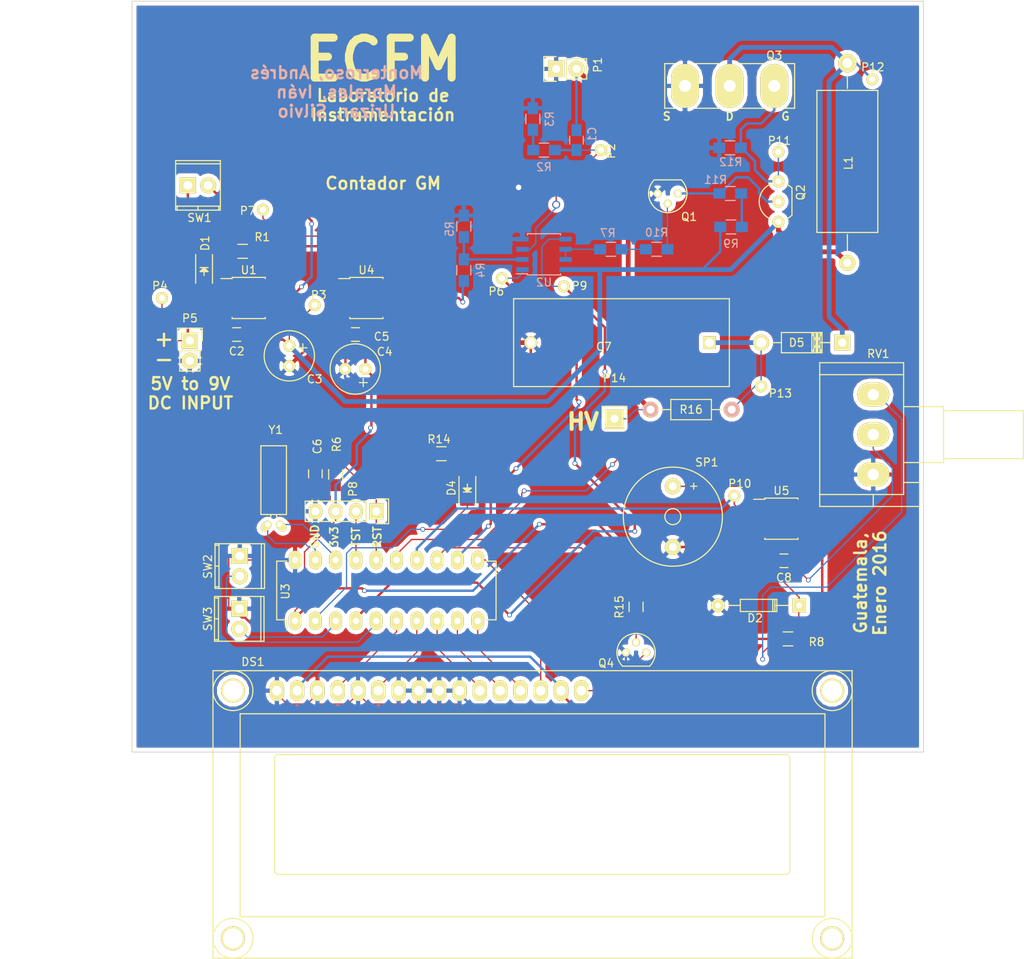
<source format=kicad_pcb>
(kicad_pcb (version 4) (host pcbnew 4.0.1-stable)
  (layers (0 F.Cu signal) (31 B.Cu signal) (34 B.Paste user hide) (35 F.Paste user hide) (36 B.SilkS user) (37 F.SilkS user) (38 B.Mask user) (39 F.Mask user) (44 Edge.Cuts user))
  (net 0 "")
  (net 1 "Net-(C1-Pad1)")
  (net 2 /GM_A+)
  (net 3 +5V)
  (net 4 GND)
  (net 5 +3V3)
  (net 6 /RST)
  (net 7 "Net-(C7-Pad1)")
  (net 8 "Net-(D1-Pad2)")
  (net 9 "Net-(D1-Pad1)")
  (net 10 "Net-(D2-Pad1)")
  (net 11 "Net-(D4-Pad2)")
  (net 12 /LED_CNT)
  (net 13 "Net-(D5-Pad1)")
  (net 14 /LCD_RS)
  (net 15 /LCD_EN)
  (net 16 /LCD_D4)
  (net 17 /LCD_D5)
  (net 18 /LCD_D6)
  (net 19 /LCD_D7)
  (net 20 /LCD_LD)
  (net 21 /BATT_INPUT)
  (net 22 /TEST)
  (net 23 "Net-(Q1-Pad2)")
  (net 24 "Net-(Q1-Pad1)")
  (net 25 "Net-(Q4-Pad2)")
  (net 26 "Net-(R2-Pad2)")
  (net 27 "Net-(R4-Pad2)")
  (net 28 "Net-(R7-Pad1)")
  (net 29 "Net-(R10-Pad2)")
  (net 30 "Net-(R11-Pad1)")
  (net 31 /LCD_LD_B)
  (net 32 "Net-(SP1-Pad1)")
  (net 33 +BATT)
  (net 34 /PUSH_BTN)
  (net 35 /USER_BTN)
  (net 36 "Net-(U1-Pad1)")
  (net 37 /PULSE_IN)
  (net 38 /FREQ_OUT)
  (net 39 /AUDIO_OUT)
  (net 40 "Net-(U3-Pad18)")
  (net 41 "Net-(U3-Pad19)")
  (net 42 "Net-(U4-Pad1)")
  (net 43 "Net-(U4-Pad2)")
  (net 44 "Net-(P11-Pad1)")
  (net 45 "Net-(C8-Pad1)")
  (net 46 /POT_IN)
  (module LOGO (layer F.Cu) (at 65.278 51.562)
    (fp_text reference "" hide)
    (fp_text value "" hide)
  )
  (module Measurement_Points:Measurement_Point_Round-TH_Small (layer F.Cu) (at 70.1675 68.961)
    (fp_text reference P7 (at -1.905 0.127) (layer F.SilkS))
    (fp_text value TP)
    (pad 1 thru_hole circle (at 0 0) (size 1.50114 1.50114) (drill 0.8001) (layers *.Cu *.Mask F.SilkS) (net 5 +3V3))
  )
  (module Capacitors_Elko_ThroughHole:Elko_vert_11.2x6.3mm_RM2.5 (layer F.Cu) (at 73.4695 85.979 270)
    (fp_text reference C3 (at 4.191 -3.175 360) (layer F.SilkS))
    (fp_text value 4u7)
    (fp_line (start 0.26924 -1.69926) (end 0.76962 -1.69926) (layer F.Cu) (width 0.15))
    (fp_line (start 0.26924 -1.69926) (end 0.26924 -2.19964) (layer F.Cu) (width 0.15))
    (fp_line (start -0.23114 -1.69926) (end 0.26924 -1.69926) (layer F.Cu) (width 0.15))
    (fp_line (start 0.26924 -1.69926) (end 0.26924 -1.30048) (layer F.Cu) (width 0.15))
    (fp_line (start 0.26924 -1.30048) (end 0.26924 -1.19888) (layer F.Cu) (width 0.15))
    (pad 2 thru_hole circle (at 2.54 0 270) (size 1.50114 1.50114) (drill 0.8001) (layers *.Cu *.Mask F.SilkS) (net 4 GND))
    (pad 1 thru_hole circle (at 0 0 270) (size 1.50114 1.50114) (drill 0.8001) (layers *.Cu *.Mask F.SilkS) (net 3 +5V))
  )
  (module Capacitors_Elko_ThroughHole:Elko_vert_11.2x6.3mm_RM2.5 (layer F.Cu) (at 82.9945 88.9 180)
    (fp_text reference C4 (at -2.413 2.159 180) (layer F.SilkS))
    (fp_text value 4u7)
    (fp_line (start 0.26924 -1.69926) (end 0.76962 -1.69926) (layer F.Cu) (width 0.15))
    (fp_line (start 0.26924 -1.69926) (end 0.26924 -2.19964) (layer F.Cu) (width 0.15))
    (fp_line (start -0.23114 -1.69926) (end 0.26924 -1.69926) (layer F.Cu) (width 0.15))
    (fp_line (start 0.26924 -1.69926) (end 0.26924 -1.30048) (layer F.Cu) (width 0.15))
    (fp_line (start 0.26924 -1.30048) (end 0.26924 -1.19888) (layer F.Cu) (width 0.15))
    (pad 2 thru_hole circle (at 2.54 0 180) (size 1.50114 1.50114) (drill 0.8001) (layers *.Cu *.Mask F.SilkS) (net 4 GND))
    (pad 1 thru_hole circle (at 0 0 180) (size 1.50114 1.50114) (drill 0.8001) (layers *.Cu *.Mask F.SilkS) (net 5 +3V3))
  )
  (module Capacitors_ThroughHole:C_Rect_L27_W11_P22 (layer F.Cu) (at 126.0475 85.598 180)
    (fp_text reference C7 (at 13.208 -0.508 180) (layer F.SilkS))
    (fp_text value 150n)
    (pad 1 thru_hole rect (at 0 0 180) (size 1.6 1.6) (drill 1.1) (layers *.Cu *.Mask F.SilkS) (net 7 "Net-(C7-Pad1)"))
    (pad 2 thru_hole circle (at 22.352 0 180) (size 1.6 1.6) (drill 1.1) (layers *.Cu *.Mask F.SilkS) (net 4 GND))
  )
  (module LEDs:LED-1206 (layer F.Cu) (at 62.8015 76.708 270)
    (fp_text reference D1 (at -3.556 -0.127 270) (layer F.SilkS))
    (fp_text value RED_LED)
    (pad 2 smd rect (at 1.41986 0 90) (size 1.59766 1.80086) (layers F.Cu F.Paste F.Mask) (net 8 "Net-(D1-Pad2)"))
    (pad 1 smd rect (at -1.41986 0 90) (size 1.59766 1.80086) (layers F.Cu F.Paste F.Mask) (net 9 "Net-(D1-Pad1)"))
  )
  (module Diodes_ThroughHole:Diode_DO-35_SOD27_Horizontal_RM10 (layer F.Cu) (at 137.28752 118.48846 180)
    (fp_text reference D2 (at 5.52502 -1.59004 180) (layer F.SilkS))
    (fp_text value 1N4148)
    (pad 2 thru_hole circle (at 10.16052 -0.00254) (size 1.69926 1.69926) (drill 0.70104) (layers *.Cu *.Mask F.SilkS) (net 4 GND))
    (pad 1 thru_hole rect (at 0.00052 -0.00254) (size 1.69926 1.69926) (drill 0.70104) (layers *.Cu *.Mask F.SilkS) (net 10 "Net-(D2-Pad1)"))
  )
  (module LEDs:LED-1206 (layer F.Cu) (at 95.758 103.79964 90)
    (fp_text reference D4 (at 0 -2 90) (layer F.SilkS))
    (fp_text value BLUE_LED)
    (pad 2 smd rect (at 1.41986 0 270) (size 1.59766 1.80086) (layers F.Cu F.Paste F.Mask) (net 11 "Net-(D4-Pad2)"))
    (pad 1 smd rect (at -1.41986 0 270) (size 1.59766 1.80086) (layers F.Cu F.Paste F.Mask) (net 12 /LED_CNT))
  )
  (module Diodes_ThroughHole:Diode_DO-41_SOD81_Horizontal_RM10 (layer F.Cu) (at 142.6845 85.59546 180)
    (fp_text reference D5 (at 5.715 -0.00254 180) (layer F.SilkS))
    (fp_text value 1N4007)
    (pad 2 thru_hole circle (at 10.16 -0.00254) (size 1.99898 1.99898) (drill 1.27) (layers *.Cu *.Mask F.SilkS) (net 7 "Net-(C7-Pad1)"))
    (pad 1 thru_hole rect (at 0 -0.00254) (size 1.99898 1.99898) (drill 1.00076) (layers *.Cu *.Mask F.SilkS) (net 13 "Net-(D5-Pad1)"))
  )
  (module Display:WC1602A (layer F.Cu) (at 71.916086 129.155404)
    (fp_text reference DS1 (at -2.99974 -3.59918) (layer F.SilkS))
    (fp_text value LCD16X2)
    (pad 1 thru_hole oval (at 0 0) (size 1.8 2.6) (drill 1.2) (layers *.Cu *.Mask F.SilkS) (net 4 GND))
    (pad 2 thru_hole oval (at 2.54 0) (size 1.8 2.6) (drill 1.2) (layers *.Cu *.Mask F.SilkS) (net 3 +5V))
    (pad 3 thru_hole oval (at 5.08 0) (size 1.8 2.6) (drill 1.2) (layers *.Cu *.Mask F.SilkS) (net 4 GND))
    (pad 4 thru_hole oval (at 7.62 0) (size 1.8 2.6) (drill 1.2) (layers *.Cu *.Mask F.SilkS) (net 14 /LCD_RS))
    (pad 5 thru_hole oval (at 10.16 0) (size 1.8 2.6) (drill 1.2) (layers *.Cu *.Mask F.SilkS) (net 4 GND))
    (pad 6 thru_hole oval (at 12.7 0) (size 1.8 2.6) (drill 1.2) (layers *.Cu *.Mask F.SilkS) (net 15 /LCD_EN))
    (pad 7 thru_hole oval (at 15.24 0) (size 1.8 2.6) (drill 1.2) (layers *.Cu *.Mask F.SilkS) (net 4 GND))
    (pad 8 thru_hole oval (at 17.78 0) (size 1.8 2.6) (drill 1.2) (layers *.Cu *.Mask F.SilkS) (net 4 GND))
    (pad 9 thru_hole oval (at 20.32 0) (size 1.8 2.6) (drill 1.2) (layers *.Cu *.Mask F.SilkS) (net 4 GND))
    (pad 10 thru_hole oval (at 22.86 0) (size 1.8 2.6) (drill 1.2) (layers *.Cu *.Mask F.SilkS) (net 4 GND))
    (pad 11 thru_hole oval (at 25.4 0) (size 1.8 2.6) (drill 1.2) (layers *.Cu *.Mask F.SilkS) (net 16 /LCD_D4))
    (pad 12 thru_hole oval (at 27.94 0) (size 1.8 2.6) (drill 1.2) (layers *.Cu *.Mask F.SilkS) (net 17 /LCD_D5))
    (pad 13 thru_hole oval (at 30.48 0) (size 1.8 2.6) (drill 1.2) (layers *.Cu *.Mask F.SilkS) (net 18 /LCD_D6))
    (pad 14 thru_hole oval (at 33.02 0) (size 1.8 2.6) (drill 1.2) (layers *.Cu *.Mask F.SilkS) (net 19 /LCD_D7))
    (pad 15 thru_hole oval (at 35.56 0) (size 1.8 2.6) (drill 1.2) (layers *.Cu *.Mask F.SilkS) (net 3 +5V))
    (pad 16 thru_hole oval (at 38.1 0) (size 1.8 2.6) (drill 1.2) (layers *.Cu *.Mask F.SilkS) (net 20 /LCD_LD))
    (pad 0 thru_hole circle (at -5.4991 0) (size 3 3) (drill 2.5) (layers *.Cu *.Mask F.SilkS))
    (pad 0 thru_hole circle (at -5.4991 31.0007) (size 3 3) (drill 2.5) (layers *.Cu *.Mask F.SilkS))
    (pad 0 thru_hole circle (at 69.49948 31.0007) (size 3 3) (drill 2.5) (layers *.Cu *.Mask F.SilkS))
    (pad 0 thru_hole circle (at 69.49948 0) (size 3 3) (drill 2.5) (layers *.Cu *.Mask F.SilkS))
  )
  (module Choke_Axial_ThroughHole:Choke_Horizontal_RM25mm (layer F.Cu) (at 143.3195 63.119 90)
    (fp_text reference L1 (at 0 0.127 90) (layer F.SilkS))
    (fp_text value 4m7)
    (pad 1 thru_hole circle (at -12.49934 0 90) (size 1.99898 1.99898) (drill 1.00076) (layers *.Cu *.Mask F.SilkS) (net 3 +5V))
    (pad 2 thru_hole circle (at 12.50188 0 90) (size 2.30124 2.30124) (drill 1.19888) (layers *.Cu *.Mask F.SilkS) (net 13 "Net-(D5-Pad1)"))
  )
  (module Pin_Headers:Pin_Header_Straight_1x02 (layer F.Cu) (at 106.87599 51.338058 90)
    (fp_text reference P1 (at 0.508 5.207 90) (layer F.SilkS))
    (fp_text value GM_CONN)
    (pad 1 thru_hole rect (at 0 0 90) (size 2.032 2.032) (drill 1.016) (layers *.Cu *.Mask F.SilkS) (net 4 GND))
    (pad 2 thru_hole oval (at 0 2.54 90) (size 2.032 2.032) (drill 1.016) (layers *.Cu *.Mask F.SilkS) (net 2 /GM_A+))
  )
  (module Measurement_Points:Measurement_Point_Round-TH_Small (layer F.Cu) (at 112.46399 61.498058 270)
    (fp_text reference P2 (at 0.127 -1.27 270) (layer F.SilkS))
    (fp_text value TP)
    (pad 1 thru_hole circle (at 0 0 270) (size 1.50114 1.50114) (drill 0.8001) (layers *.Cu *.Mask F.SilkS) (net 1 "Net-(C1-Pad1)"))
  )
  (module Measurement_Points:Measurement_Point_Round-TH_Small (layer F.Cu) (at 76.6445 80.899)
    (fp_text reference P3 (at 0.508 -1.27) (layer F.SilkS))
    (fp_text value TP)
    (pad 1 thru_hole circle (at 0 0) (size 1.50114 1.50114) (drill 0.8001) (layers *.Cu *.Mask F.SilkS) (net 3 +5V))
  )
  (module Measurement_Points:Measurement_Point_Round-TH_Small (layer F.Cu) (at 57.531 80.01)
    (fp_text reference P4 (at -0.254 -1.524) (layer F.SilkS))
    (fp_text value TP)
    (pad 1 thru_hole circle (at 0 0) (size 1.50114 1.50114) (drill 0.8001) (layers *.Cu *.Mask F.SilkS) (net 21 /BATT_INPUT))
  )
  (module Pin_Headers:Pin_Header_Straight_1x02 (layer F.Cu) (at 61.0235 85.344)
    (fp_text reference P5 (at 0 -2.794) (layer F.SilkS))
    (fp_text value BATT_CONN)
    (pad 1 thru_hole rect (at 0 0) (size 2.032 2.032) (drill 1.016) (layers *.Cu *.Mask F.SilkS) (net 21 /BATT_INPUT))
    (pad 2 thru_hole oval (at 0 2.54) (size 2.032 2.032) (drill 1.016) (layers *.Cu *.Mask F.SilkS) (net 4 GND))
  )
  (module Measurement_Points:Measurement_Point_Round-TH_Small (layer F.Cu) (at 100.076 77.5335)
    (fp_text reference P6 (at -0.6985 1.651) (layer F.SilkS))
    (fp_text value TP)
    (pad 1 thru_hole circle (at 0 0) (size 1.50114 1.50114) (drill 0.8001) (layers *.Cu *.Mask F.SilkS) (net 37 /PULSE_IN))
  )
  (module Pin_Headers:Pin_Header_Straight_1x04 (layer F.Cu) (at 84.351098 106.709982 270)
    (fp_text reference P8 (at -2.794 2.921 270) (layer F.SilkS))
    (fp_text value ICSP)
    (pad 1 thru_hole rect (at 0 0 270) (size 2.032 1.7272) (drill 1.016) (layers *.Cu *.Mask F.SilkS) (net 6 /RST))
    (pad 2 thru_hole oval (at 0 2.54 270) (size 2.032 1.7272) (drill 1.016) (layers *.Cu *.Mask F.SilkS) (net 22 /TEST))
    (pad 3 thru_hole oval (at 0 5.08 270) (size 2.032 1.7272) (drill 1.016) (layers *.Cu *.Mask F.SilkS) (net 5 +3V3))
    (pad 4 thru_hole oval (at 0 7.62 270) (size 2.032 1.7272) (drill 1.016) (layers *.Cu *.Mask F.SilkS) (net 4 GND))
  )
  (module Measurement_Points:Measurement_Point_Round-TH_Small (layer F.Cu) (at 107.823 78.5495)
    (fp_text reference P9 (at 1.9685 -0.0635) (layer F.SilkS))
    (fp_text value TP)
    (pad 1 thru_hole circle (at 0 0) (size 1.50114 1.50114) (drill 0.8001) (layers *.Cu *.Mask F.SilkS) (net 38 /FREQ_OUT))
  )
  (module Measurement_Points:Measurement_Point_Round-TH_Small (layer F.Cu) (at 129.159 104.775 180)
    (fp_text reference P10 (at -0.6985 1.524 180) (layer F.SilkS))
    (fp_text value TP)
    (pad 1 thru_hole circle (at 0 0 180) (size 1.50114 1.50114) (drill 0.8001) (layers *.Cu *.Mask F.SilkS) (net 39 /AUDIO_OUT))
  )
  (module Measurement_Points:Measurement_Point_Round-TH_Small (layer F.Cu) (at 134.6835 61.722)
    (fp_text reference P11 (at 0.127 -1.397) (layer F.SilkS))
    (fp_text value TP)
    (pad 1 thru_hole circle (at 0 0) (size 1.50114 1.50114) (drill 0.8001) (layers *.Cu *.Mask F.SilkS) (net 44 "Net-(P11-Pad1)"))
  )
  (module Measurement_Points:Measurement_Point_Round-TH_Small (layer F.Cu) (at 146.431 52.6415)
    (fp_text reference P12 (at 0.0635 -1.524) (layer F.SilkS))
    (fp_text value TP)
    (pad 1 thru_hole circle (at 0 0) (size 1.50114 1.50114) (drill 0.8001) (layers *.Cu *.Mask F.SilkS) (net 13 "Net-(D5-Pad1)"))
  )
  (module Measurement_Points:Measurement_Point_Round-TH_Small (layer F.Cu) (at 132.5245 91.059)
    (fp_text reference P13 (at 2.413 0.889) (layer F.SilkS))
    (fp_text value TP)
    (pad 1 thru_hole circle (at 0 0) (size 1.50114 1.50114) (drill 0.8001) (layers *.Cu *.Mask F.SilkS) (net 7 "Net-(C7-Pad1)"))
  )
  (module Housings_TO-92:TO-92_Molded_Narrow (layer F.Cu) (at 122.1105 66.929 180)
    (fp_text reference Q1 (at -1.397 -2.921 180) (layer F.SilkS))
    (fp_text value 2N3904)
    (pad 2 thru_hole circle (at 1.27 -1.27 270) (size 1.00076 1.00076) (drill 0.6) (layers *.Cu *.Mask F.SilkS) (net 23 "Net-(Q1-Pad2)"))
    (pad 3 thru_hole circle (at 2.54 0 270) (size 1.00076 1.00076) (drill 0.6) (layers *.Cu *.Mask F.SilkS) (net 4 GND))
    (pad 1 thru_hole circle (at 0 0 270) (size 1.00076 1.00076) (drill 0.6) (layers *.Cu *.Mask F.SilkS) (net 24 "Net-(Q1-Pad1)"))
  )
  (module Housings_TO-92:TO-92_Inline_Wide (layer F.Cu) (at 134.6835 70.485 90)
    (fp_text reference Q2 (at 3.683 2.794 270) (layer F.SilkS))
    (fp_text value 2N3906)
    (pad 2 thru_hole circle (at 2.54 0 180) (size 1.524 1.524) (drill 0.8) (layers *.Cu *.Mask F.SilkS) (net 24 "Net-(Q1-Pad1)"))
    (pad 3 thru_hole circle (at 5.08 0 180) (size 1.524 1.524) (drill 0.8) (layers *.Cu *.Mask F.SilkS) (net 44 "Net-(P11-Pad1)"))
    (pad 1 thru_hole circle (at 0 0 180) (size 1.524 1.524) (drill 0.8) (layers *.Cu *.Mask F.SilkS) (net 3 +5V))
  )
  (module TO_SOT_Packages_THT:TO-247_Vertical_Neutral123_largePads (layer F.Cu) (at 128.5875 53.467 180)
    (fp_text reference Q3 (at -5.588 3.81 180) (layer F.SilkS))
    (fp_text value IRF820)
    (pad 2 thru_hole oval (at 0 0 270) (size 5.50164 3.50012) (drill 1.50114) (layers *.Cu *.Mask F.SilkS) (net 13 "Net-(D5-Pad1)"))
    (pad 1 thru_hole oval (at -5.588 0 270) (size 5.50164 3.50012) (drill 1.50114) (layers *.Cu *.Mask F.SilkS) (net 44 "Net-(P11-Pad1)"))
    (pad 3 thru_hole oval (at 5.588 0 270) (size 5.50164 3.50012) (drill 1.50114) (layers *.Cu *.Mask F.SilkS) (net 4 GND))
  )
  (module Housings_TO-92:TO-92_Molded_Narrow (layer F.Cu) (at 115.604086 124.392904)
    (fp_text reference Q4 (at -2.4765 1.3335) (layer F.SilkS))
    (fp_text value 2N3904)
    (pad 2 thru_hole circle (at 1.27 -1.27 90) (size 1.00076 1.00076) (drill 0.6) (layers *.Cu *.Mask F.SilkS) (net 25 "Net-(Q4-Pad2)"))
    (pad 3 thru_hole circle (at 2.54 0 90) (size 1.00076 1.00076) (drill 0.6) (layers *.Cu *.Mask F.SilkS) (net 20 /LCD_LD))
    (pad 1 thru_hole circle (at 0 0 90) (size 1.00076 1.00076) (drill 0.6) (layers *.Cu *.Mask F.SilkS) (net 4 GND))
  )
  (module Resistors_SMD:R_0805_HandSoldering (layer F.Cu) (at 67.6275 74.168 180)
    (fp_text reference R1 (at -2.46 1.778 180) (layer F.SilkS))
    (fp_text value 6k8)
    (pad 1 smd rect (at -1.35 0 180) (size 1.5 1.3) (layers F.Cu F.Paste F.Mask) (net 5 +3V3))
    (pad 2 smd rect (at 1.35 0 180) (size 1.5 1.3) (layers F.Cu F.Paste F.Mask) (net 9 "Net-(D1-Pad1)"))
  )
  (module Resistors_SMD:R_0805_HandSoldering (layer B.Cu) (at 105.35199 61.498058 180)
    (fp_text reference R2 (at 0.00549 -2.128942 180) (layer B.SilkS) (effects (justify mirror)))
    (fp_text value 200)
    (pad 1 smd rect (at -1.35 0 180) (size 1.5 1.3) (layers B.Cu B.Paste B.Mask) (net 1 "Net-(C1-Pad1)"))
    (pad 2 smd rect (at 1.35 0 180) (size 1.5 1.3) (layers B.Cu B.Paste B.Mask) (net 26 "Net-(R2-Pad2)"))
  )
  (module Resistors_SMD:R_0805_HandSoldering (layer B.Cu) (at 103.95499 57.608058 90)
    (fp_text reference R3 (at 0 2.1 90) (layer B.SilkS) (effects (justify mirror)))
    (fp_text value 20)
    (pad 1 smd rect (at -1.35 0 90) (size 1.5 1.3) (layers B.Cu B.Paste B.Mask) (net 26 "Net-(R2-Pad2)"))
    (pad 2 smd rect (at 1.35 0 90) (size 1.5 1.3) (layers B.Cu B.Paste B.Mask) (net 4 GND))
  )
  (module Resistors_SMD:R_0805_HandSoldering (layer B.Cu) (at 95.3135 76.534 90)
    (fp_text reference R4 (at 0 2.1 90) (layer B.SilkS) (effects (justify mirror)))
    (fp_text value 51k)
    (pad 1 smd rect (at -1.35 0 90) (size 1.5 1.3) (layers B.Cu B.Paste B.Mask) (net 5 +3V3))
    (pad 2 smd rect (at 1.35 0 90) (size 1.5 1.3) (layers B.Cu B.Paste B.Mask) (net 27 "Net-(R4-Pad2)"))
  )
  (module Resistors_SMD:R_0805_HandSoldering (layer B.Cu) (at 95.3135 71.04 270)
    (fp_text reference R5 (at 0.334 1.778 270) (layer B.SilkS) (effects (justify mirror)))
    (fp_text value 27k)
    (pad 1 smd rect (at -1.35 0 270) (size 1.5 1.3) (layers B.Cu B.Paste B.Mask) (net 4 GND))
    (pad 2 smd rect (at 1.35 0 270) (size 1.5 1.3) (layers B.Cu B.Paste B.Mask) (net 27 "Net-(R4-Pad2)"))
  )
  (module Resistors_SMD:R_0805_HandSoldering (layer F.Cu) (at 79.271098 102.090982 270)
    (fp_text reference R6 (at -3.763 -0.127 270) (layer F.SilkS))
    (fp_text value 43k)
    (pad 1 smd rect (at -1.35 0 270) (size 1.5 1.3) (layers F.Cu F.Paste F.Mask) (net 6 /RST))
    (pad 2 smd rect (at 1.35 0 270) (size 1.5 1.3) (layers F.Cu F.Paste F.Mask) (net 5 +3V3))
  )
  (module Resistors_SMD:R_0805_HandSoldering (layer B.Cu) (at 113.7285 73.914)
    (fp_text reference R7 (at -0.381 -2.032) (layer B.SilkS) (effects (justify mirror)))
    (fp_text value 430)
    (pad 1 smd rect (at -1.35 0) (size 1.5 1.3) (layers B.Cu B.Paste B.Mask) (net 28 "Net-(R7-Pad1)"))
    (pad 2 smd rect (at 1.35 0) (size 1.5 1.3) (layers B.Cu B.Paste B.Mask) (net 29 "Net-(R10-Pad2)"))
  )
  (module Resistors_SMD:R_0805_HandSoldering (layer F.Cu) (at 135.89 122.682)
    (fp_text reference R8 (at 3.5725 0.381) (layer F.SilkS))
    (fp_text value 330k)
    (pad 1 smd rect (at -1.35 0) (size 1.5 1.3) (layers F.Cu F.Paste F.Mask) (net 5 +3V3))
    (pad 2 smd rect (at 1.35 0) (size 1.5 1.3) (layers F.Cu F.Paste F.Mask) (net 10 "Net-(D2-Pad1)"))
  )
  (module Resistors_SMD:R_0805_HandSoldering (layer B.Cu) (at 128.7615 71.12)
    (fp_text reference R9 (at 0 2.1) (layer B.SilkS) (effects (justify mirror)))
    (fp_text value 510)
    (pad 1 smd rect (at -1.35 0) (size 1.5 1.3) (layers B.Cu B.Paste B.Mask) (net 3 +5V))
    (pad 2 smd rect (at 1.35 0) (size 1.5 1.3) (layers B.Cu B.Paste B.Mask) (net 30 "Net-(R11-Pad1)"))
  )
  (module Resistors_SMD:R_0805_HandSoldering (layer B.Cu) (at 119.4435 73.914 180)
    (fp_text reference R10 (at 0 2.1 180) (layer B.SilkS) (effects (justify mirror)))
    (fp_text value 43)
    (pad 1 smd rect (at -1.35 0 180) (size 1.5 1.3) (layers B.Cu B.Paste B.Mask) (net 23 "Net-(Q1-Pad2)"))
    (pad 2 smd rect (at 1.35 0 180) (size 1.5 1.3) (layers B.Cu B.Paste B.Mask) (net 29 "Net-(R10-Pad2)"))
  )
  (module Resistors_SMD:R_0805_HandSoldering (layer B.Cu) (at 128.6675 66.929 180)
    (fp_text reference R11 (at 1.858 1.7145 180) (layer B.SilkS) (effects (justify mirror)))
    (fp_text value 51)
    (pad 1 smd rect (at -1.35 0 180) (size 1.5 1.3) (layers B.Cu B.Paste B.Mask) (net 30 "Net-(R11-Pad1)"))
    (pad 2 smd rect (at 1.35 0 180) (size 1.5 1.3) (layers B.Cu B.Paste B.Mask) (net 24 "Net-(Q1-Pad1)"))
  )
  (module Resistors_SMD:R_0805_HandSoldering (layer B.Cu) (at 128.6345 61.214)
    (fp_text reference R12 (at 0.08 1.778) (layer B.SilkS) (effects (justify mirror)))
    (fp_text value 120)
    (pad 1 smd rect (at -1.35 0) (size 1.5 1.3) (layers B.Cu B.Paste B.Mask) (net 4 GND))
    (pad 2 smd rect (at 1.35 0) (size 1.5 1.3) (layers B.Cu B.Paste B.Mask) (net 44 "Net-(P11-Pad1)"))
  )
  (module Resistors_SMD:R_0805_HandSoldering (layer F.Cu) (at 92.503 99.5045 180)
    (fp_text reference R14 (at 0.293598 1.807982 180) (layer F.SilkS))
    (fp_text value 1k)
    (pad 1 smd rect (at -1.35 0 180) (size 1.5 1.3) (layers F.Cu F.Paste F.Mask) (net 11 "Net-(D4-Pad2)"))
    (pad 2 smd rect (at 1.35 0 180) (size 1.5 1.3) (layers F.Cu F.Paste F.Mask) (net 4 GND))
  )
  (module Resistors_SMD:R_0805_HandSoldering (layer F.Cu) (at 116.874086 118.677904 90)
    (fp_text reference R15 (at 0 -2.1 90) (layer F.SilkS))
    (fp_text value 4k3)
    (pad 1 smd rect (at -1.35 0 90) (size 1.5 1.3) (layers F.Cu F.Paste F.Mask) (net 25 "Net-(Q4-Pad2)"))
    (pad 2 smd rect (at 1.35 0 90) (size 1.5 1.3) (layers F.Cu F.Paste F.Mask) (net 31 /LCD_LD_B))
  )
  (module Resistors_ThroughHole:Resistor_Horizontal_RM10mm (layer F.Cu) (at 123.7615 93.98 180)
    (fp_text reference R16 (at 0 0 180) (layer F.SilkS))
    (fp_text value 4M7)
    (pad 1 thru_hole circle (at -5.08 0 180) (size 1.99898 1.99898) (drill 1.00076) (layers *.Cu *.SilkS *.Mask) (net 7 "Net-(C7-Pad1)"))
    (pad 2 thru_hole circle (at 5.08 0 180) (size 1.99898 1.99898) (drill 1.00076) (layers *.Cu *.SilkS *.Mask) (net 2 /GM_A+))
  )
  (module Buzzers_Beepers:Buzzer_12x9.5RM7.6 (layer F.Cu) (at 121.4755 107.3785 270)
    (fp_text reference SP1 (at -6.7945 -4.2545 360) (layer F.SilkS))
    (fp_text value BUZZER)
    (fp_text user + (at -3.81 -2.54 270) (layer F.SilkS))
    (pad 1 thru_hole circle (at -3.79984 0 270) (size 2 2) (drill 1.00076) (layers *.Cu *.Mask F.SilkS) (net 32 "Net-(SP1-Pad1)"))
    (pad 2 thru_hole circle (at 3.79984 0 270) (size 2 2) (drill 1.00076) (layers *.Cu *.Mask F.SilkS) (net 4 GND))
  )
  (module Terminal_Blocks:TerminalBlock_Pheonix_MPT-2.54mm_2pol (layer F.Cu) (at 60.7695 65.913)
    (fp_text reference SW1 (at 1.4605 4.064) (layer F.SilkS))
    (fp_text value ON_SWITCH)
    (pad 2 thru_hole oval (at 2.54 0) (size 1.99898 1.99898) (drill 1.09728) (layers *.Cu *.Mask F.SilkS) (net 33 +BATT))
    (pad 1 thru_hole rect (at 0 0) (size 1.99898 1.99898) (drill 1.09728) (layers *.Cu *.Mask F.SilkS) (net 21 /BATT_INPUT))
  )
  (module Terminal_Blocks:TerminalBlock_Pheonix_MPT-2.54mm_2pol (layer F.Cu) (at 67.269598 112.297982 270)
    (fp_text reference SW2 (at 1.3335 4.0005 270) (layer F.SilkS))
    (fp_text value RST_CNT)
    (pad 2 thru_hole oval (at 2.54 0 270) (size 1.99898 1.99898) (drill 1.09728) (layers *.Cu *.Mask F.SilkS) (net 34 /PUSH_BTN))
    (pad 1 thru_hole rect (at 0 0 270) (size 1.99898 1.99898) (drill 1.09728) (layers *.Cu *.Mask F.SilkS) (net 4 GND))
  )
  (module Terminal_Blocks:TerminalBlock_Pheonix_MPT-2.54mm_2pol (layer F.Cu) (at 67.206098 118.901982 270)
    (fp_text reference SW3 (at 1.27 3.937 270) (layer F.SilkS))
    (fp_text value USR_BTN)
    (pad 2 thru_hole oval (at 2.54 0 270) (size 1.99898 1.99898) (drill 1.09728) (layers *.Cu *.Mask F.SilkS) (net 35 /USER_BTN))
    (pad 1 thru_hole rect (at 0 0 270) (size 1.99898 1.99898) (drill 1.09728) (layers *.Cu *.Mask F.SilkS) (net 4 GND))
  )
  (module Housings_SOIC:SOIC-8_3.9x4.9mm_Pitch1.27mm (layer F.Cu) (at 68.3895 80.01)
    (fp_text reference U1 (at 0 -3.5) (layer F.SilkS))
    (fp_text value TPS76650)
    (pad 1 smd rect (at -2.7 -1.905) (size 1.55 0.6) (layers F.Cu F.Paste F.Mask) (net 36 "Net-(U1-Pad1)"))
    (pad 2 smd rect (at -2.7 -0.635) (size 1.55 0.6) (layers F.Cu F.Paste F.Mask) (net 8 "Net-(D1-Pad2)"))
    (pad 3 smd rect (at -2.7 0.635) (size 1.55 0.6) (layers F.Cu F.Paste F.Mask) (net 4 GND))
    (pad 4 smd rect (at -2.7 1.905) (size 1.55 0.6) (layers F.Cu F.Paste F.Mask) (net 4 GND))
    (pad 5 smd rect (at 2.7 1.905) (size 1.55 0.6) (layers F.Cu F.Paste F.Mask) (net 33 +BATT))
    (pad 6 smd rect (at 2.7 0.635) (size 1.55 0.6) (layers F.Cu F.Paste F.Mask) (net 33 +BATT))
    (pad 7 smd rect (at 2.7 -0.635) (size 1.55 0.6) (layers F.Cu F.Paste F.Mask) (net 3 +5V))
    (pad 8 smd rect (at 2.7 -1.905) (size 1.55 0.6) (layers F.Cu F.Paste F.Mask) (net 3 +5V))
  )
  (module Housings_SOIC:SOIC-8_3.9x4.9mm_Pitch1.27mm (layer B.Cu) (at 105.3465 74.549)
    (fp_text reference U2 (at 0 3.5) (layer B.SilkS) (effects (justify mirror)))
    (fp_text value OPA2350)
    (pad 1 smd rect (at -2.7 1.905) (size 1.55 0.6) (layers B.Cu B.Paste B.Mask) (net 37 /PULSE_IN))
    (pad 2 smd rect (at -2.7 0.635) (size 1.55 0.6) (layers B.Cu B.Paste B.Mask) (net 27 "Net-(R4-Pad2)"))
    (pad 3 smd rect (at -2.7 -0.635) (size 1.55 0.6) (layers B.Cu B.Paste B.Mask) (net 1 "Net-(C1-Pad1)"))
    (pad 4 smd rect (at -2.7 -1.905) (size 1.55 0.6) (layers B.Cu B.Paste B.Mask) (net 4 GND))
    (pad 5 smd rect (at 2.7 -1.905) (size 1.55 0.6) (layers B.Cu B.Paste B.Mask) (net 38 /FREQ_OUT))
    (pad 6 smd rect (at 2.7 -0.635) (size 1.55 0.6) (layers B.Cu B.Paste B.Mask) (net 28 "Net-(R7-Pad1)"))
    (pad 7 smd rect (at 2.7 0.635) (size 1.55 0.6) (layers B.Cu B.Paste B.Mask) (net 28 "Net-(R7-Pad1)"))
    (pad 8 smd rect (at 2.7 1.905) (size 1.55 0.6) (layers B.Cu B.Paste B.Mask) (net 3 +5V))
  )
  (module Housings_DIP:DIP-20_W7.62mm_LongPads (layer F.Cu) (at 74.191098 120.425982 90)
    (fp_text reference U3 (at 3.683 -1.2065 90) (layer F.SilkS))
    (fp_text value MSP430G2253IN20)
    (pad 1 thru_hole oval (at 0 0 90) (size 2.3 1.6) (drill 0.8) (layers *.Cu *.Mask F.SilkS) (net 5 +3V3))
    (pad 2 thru_hole oval (at 0 2.54 90) (size 2.3 1.6) (drill 0.8) (layers *.Cu *.Mask F.SilkS) (net 12 /LED_CNT))
    (pad 3 thru_hole oval (at 0 5.08 90) (size 2.3 1.6) (drill 0.8) (layers *.Cu *.Mask F.SilkS) (net 35 /USER_BTN))
    (pad 4 thru_hole oval (at 0 7.62 90) (size 2.3 1.6) (drill 0.8) (layers *.Cu *.Mask F.SilkS) (net 38 /FREQ_OUT))
    (pad 5 thru_hole oval (at 0 10.16 90) (size 2.3 1.6) (drill 0.8) (layers *.Cu *.Mask F.SilkS) (net 34 /PUSH_BTN))
    (pad 6 thru_hole oval (at 0 12.7 90) (size 2.3 1.6) (drill 0.8) (layers *.Cu *.Mask F.SilkS) (net 14 /LCD_RS))
    (pad 7 thru_hole oval (at 0 15.24 90) (size 2.3 1.6) (drill 0.8) (layers *.Cu *.Mask F.SilkS) (net 15 /LCD_EN))
    (pad 8 thru_hole oval (at 0 17.78 90) (size 2.3 1.6) (drill 0.8) (layers *.Cu *.Mask F.SilkS) (net 16 /LCD_D4))
    (pad 9 thru_hole oval (at 0 20.32 90) (size 2.3 1.6) (drill 0.8) (layers *.Cu *.Mask F.SilkS) (net 17 /LCD_D5))
    (pad 10 thru_hole oval (at 0 22.86 90) (size 2.3 1.6) (drill 0.8) (layers *.Cu *.Mask F.SilkS) (net 18 /LCD_D6))
    (pad 11 thru_hole oval (at 7.62 22.86 90) (size 2.3 1.6) (drill 0.8) (layers *.Cu *.Mask F.SilkS) (net 19 /LCD_D7))
    (pad 12 thru_hole oval (at 7.62 20.32 90) (size 2.3 1.6) (drill 0.8) (layers *.Cu *.Mask F.SilkS) (net 37 /PULSE_IN))
    (pad 13 thru_hole oval (at 7.62 17.78 90) (size 2.3 1.6) (drill 0.8) (layers *.Cu *.Mask F.SilkS) (net 31 /LCD_LD_B))
    (pad 14 thru_hole oval (at 7.62 15.24 90) (size 2.3 1.6) (drill 0.8) (layers *.Cu *.Mask F.SilkS) (net 39 /AUDIO_OUT))
    (pad 15 thru_hole oval (at 7.62 12.7 90) (size 2.3 1.6) (drill 0.8) (layers *.Cu *.Mask F.SilkS) (net 46 /POT_IN))
    (pad 16 thru_hole oval (at 7.62 10.16 90) (size 2.3 1.6) (drill 0.8) (layers *.Cu *.Mask F.SilkS) (net 6 /RST))
    (pad 17 thru_hole oval (at 7.62 7.62 90) (size 2.3 1.6) (drill 0.8) (layers *.Cu *.Mask F.SilkS) (net 22 /TEST))
    (pad 18 thru_hole oval (at 7.62 5.08 90) (size 2.3 1.6) (drill 0.8) (layers *.Cu *.Mask F.SilkS) (net 40 "Net-(U3-Pad18)"))
    (pad 19 thru_hole oval (at 7.62 2.54 90) (size 2.3 1.6) (drill 0.8) (layers *.Cu *.Mask F.SilkS) (net 41 "Net-(U3-Pad19)"))
    (pad 20 thru_hole oval (at 7.62 0 90) (size 2.3 1.6) (drill 0.8) (layers *.Cu *.Mask F.SilkS) (net 4 GND))
  )
  (module Housings_SOIC:SOIC-8_3.9x4.9mm_Pitch1.27mm (layer F.Cu) (at 83.1215 80.01)
    (fp_text reference U4 (at 0 -3.5) (layer F.SilkS))
    (fp_text value TPS76533)
    (pad 1 smd rect (at -2.7 -1.905) (size 1.55 0.6) (layers F.Cu F.Paste F.Mask) (net 42 "Net-(U4-Pad1)"))
    (pad 2 smd rect (at -2.7 -0.635) (size 1.55 0.6) (layers F.Cu F.Paste F.Mask) (net 43 "Net-(U4-Pad2)"))
    (pad 3 smd rect (at -2.7 0.635) (size 1.55 0.6) (layers F.Cu F.Paste F.Mask) (net 4 GND))
    (pad 4 smd rect (at -2.7 1.905) (size 1.55 0.6) (layers F.Cu F.Paste F.Mask) (net 4 GND))
    (pad 5 smd rect (at 2.7 1.905) (size 1.55 0.6) (layers F.Cu F.Paste F.Mask) (net 3 +5V))
    (pad 6 smd rect (at 2.7 0.635) (size 1.55 0.6) (layers F.Cu F.Paste F.Mask) (net 3 +5V))
    (pad 7 smd rect (at 2.7 -0.635) (size 1.55 0.6) (layers F.Cu F.Paste F.Mask) (net 5 +3V3))
    (pad 8 smd rect (at 2.7 -1.905) (size 1.55 0.6) (layers F.Cu F.Paste F.Mask) (net 5 +3V3))
  )
  (module Housings_SOIC:SOIC-8_3.9x4.9mm_Pitch1.27mm (layer F.Cu) (at 135.0645 107.6325)
    (fp_text reference U5 (at 0 -3.5) (layer F.SilkS))
    (fp_text value OPA2350)
    (pad 1 smd rect (at -2.7 -1.905) (size 1.55 0.6) (layers F.Cu F.Paste F.Mask) (net 32 "Net-(SP1-Pad1)"))
    (pad 2 smd rect (at -2.7 -0.635) (size 1.55 0.6) (layers F.Cu F.Paste F.Mask) (net 10 "Net-(D2-Pad1)"))
    (pad 3 smd rect (at -2.7 0.635) (size 1.55 0.6) (layers F.Cu F.Paste F.Mask) (net 39 /AUDIO_OUT))
    (pad 4 smd rect (at -2.7 1.905) (size 1.55 0.6) (layers F.Cu F.Paste F.Mask) (net 4 GND))
    (pad 5 smd rect (at 2.7 1.905) (size 1.55 0.6) (layers F.Cu F.Paste F.Mask) (net 45 "Net-(C8-Pad1)"))
    (pad 6 smd rect (at 2.7 0.635) (size 1.55 0.6) (layers F.Cu F.Paste F.Mask) (net 46 /POT_IN))
    (pad 7 smd rect (at 2.7 -0.635) (size 1.55 0.6) (layers F.Cu F.Paste F.Mask) (net 46 /POT_IN))
    (pad 8 smd rect (at 2.7 -1.905) (size 1.55 0.6) (layers F.Cu F.Paste F.Mask) (net 3 +5V))
  )
  (module Crystals:Crystal_Round_Horizontal_3mm_BigPad (layer F.Cu) (at 71.511398 108.360982)
    (fp_text reference Y1 (at 0.24892 -11.8491) (layer F.SilkS))
    (fp_text value "32.768 kHz")
    (pad 1 thru_hole oval (at -0.7493 0 45) (size 1.50114 1.00076) (drill 0.59944 (offset -0.29972 0)) (layers *.Cu *.Mask F.SilkS) (net 41 "Net-(U3-Pad19)"))
    (pad 2 thru_hole oval (at 0.7493 0 315) (size 1.50114 1.00076) (drill 0.59944 (offset 0.29972 0)) (layers *.Cu *.Mask F.SilkS) (net 40 "Net-(U3-Pad18)"))
  )
  (module Capacitors_SMD:C_0805_HandSoldering (layer B.Cu) (at 109.41599 60.248058 90)
    (fp_text reference C1 (at 0.685058 1.96301 90) (layer B.SilkS) (effects (justify mirror)))
    (fp_text value 22p)
    (pad 1 smd rect (at -1.25 0 90) (size 1.5 1.25) (layers B.Cu B.Paste B.Mask) (net 1 "Net-(C1-Pad1)"))
    (pad 2 smd rect (at 1.25 0 90) (size 1.5 1.25) (layers B.Cu B.Paste B.Mask) (net 2 /GM_A+))
  )
  (module Capacitors_SMD:C_0805_HandSoldering (layer F.Cu) (at 66.8855 84.582 180)
    (fp_text reference C2 (at 0 -2.1 180) (layer F.SilkS))
    (fp_text value 100n)
    (pad 1 smd rect (at -1.25 0 180) (size 1.5 1.25) (layers F.Cu F.Paste F.Mask) (net 3 +5V))
    (pad 2 smd rect (at 1.25 0 180) (size 1.5 1.25) (layers F.Cu F.Paste F.Mask) (net 4 GND))
  )
  (module Capacitors_SMD:C_0805_HandSoldering (layer F.Cu) (at 81.7445 84.582 180)
    (fp_text reference C5 (at -3.282 -0.254 180) (layer F.SilkS))
    (fp_text value 100n)
    (pad 1 smd rect (at -1.25 0 180) (size 1.5 1.25) (layers F.Cu F.Paste F.Mask) (net 5 +3V3))
    (pad 2 smd rect (at 1.25 0 180) (size 1.5 1.25) (layers F.Cu F.Paste F.Mask) (net 4 GND))
  )
  (module Capacitors_SMD:C_0805_HandSoldering (layer F.Cu) (at 76.731098 102.010982 270)
    (fp_text reference C6 (at -3.429 -0.254 270) (layer F.SilkS))
    (fp_text value 1n)
    (pad 1 smd rect (at -1.25 0 270) (size 1.5 1.25) (layers F.Cu F.Paste F.Mask) (net 6 /RST))
    (pad 2 smd rect (at 1.25 0 270) (size 1.5 1.25) (layers F.Cu F.Paste F.Mask) (net 4 GND))
  )
  (module Capacitors_SMD:C_0805_HandSoldering (layer F.Cu) (at 135.382 112.903 180)
    (fp_text reference C8 (at 0 -2.1 180) (layer F.SilkS))
    (fp_text value 100n)
    (pad 1 smd rect (at -1.25 0 180) (size 1.5 1.25) (layers F.Cu F.Paste F.Mask) (net 45 "Net-(C8-Pad1)"))
    (pad 2 smd rect (at 1.25 0 180) (size 1.5 1.25) (layers F.Cu F.Paste F.Mask) (net 4 GND))
  )
  (module Potentiometers:Potentiometer_Alps-RK16-single_largePads (layer F.Cu) (at 146.558 92.10548)
    (fp_text reference RV1 (at 0.635 -5.11048) (layer F.SilkS))
    (fp_text value POT)
    (pad 2 thru_hole oval (at 0 5.00126) (size 4.0005 2.99974) (drill 1.39954) (layers *.Cu *.Mask F.SilkS) (net 45 "Net-(C8-Pad1)"))
    (pad 3 thru_hole oval (at 0 10.00252) (size 4.0005 2.99974) (drill 1.39954) (layers *.Cu *.Mask F.SilkS) (net 4 GND))
    (pad 1 thru_hole oval (at 0 0) (size 4.0005 2.99974) (drill 1.39954) (layers *.Cu *.Mask F.SilkS) (net 5 +3V3))
  )
  (module Pin_Headers:Pin_Header_Straight_1x01 (layer F.Cu) (at 114.173 95.123)
    (fp_text reference P14 (at 0 -5.1) (layer F.SilkS))
    (fp_text value TP)
    (pad 1 thru_hole rect (at 0 0) (size 2.2352 2.2352) (drill 1.016) (layers *.Cu *.Mask F.SilkS) (net 2 /GM_A+))
  )
  (gr_text "5V to 9V\nDC INPUT" (at 61.087 91.948) (layer F.SilkS) (effects (font (size 1.5 1.5) (thickness 0.3))))
  (gr_text - (at 57.785 87.63) (layer F.SilkS) (effects (font (size 2 2) (thickness 0.3))))
  (gr_text + (at 57.785 85.09) (layer F.SilkS) (effects (font (size 2 2) (thickness 0.3))))
  (gr_text HV (at 110.236 95.504) (layer F.SilkS) (effects (font (size 2 2) (thickness 0.5))))
  (gr_text "Contador GM" (at 85.217 65.659) (layer F.SilkS) (effects (font (size 1.5 1.5) (thickness 0.3))))
  (gr_text "Monterroso, Andrés\nMorales, Iván\nUrizar, Silvio" (at 79.375 54.229) (layer B.SilkS) (effects (font (size 1.5 1.5) (thickness 0.3)) (justify mirror)))
  (gr_text "Guatemala,\nEnero 2016" (at 146.177 115.697 90) (layer F.SilkS) (effects (font (size 1.5 1.5) (thickness 0.3))))
  (gr_text "Laboratorio de\nInstrumentación" (at 85.217 55.88) (layer F.SilkS) (effects (font (size 1.5 1.5) (thickness 0.3))))
  (gr_text ECFM (at 85.217 50.165) (layer F.SilkS) (effects (font (size 5 5) (thickness 1))))
  (gr_text GND (at 76.667598 109.884982 90) (layer F.SilkS) (effects (font (size 1 1) (thickness 0.2))))
  (gr_text 3v3 (at 79.080598 109.948482 90) (layer F.SilkS) (effects (font (size 1 1) (thickness 0.2))))
  (gr_text TST (at 81.811098 109.948482 90) (layer F.SilkS) (effects (font (size 1 1) (thickness 0.2))))
  (gr_text RST (at 84.478098 109.948482 90) (layer F.SilkS) (effects (font (size 1 1) (thickness 0.2))))
  (gr_text S (at 120.7135 57.277) (layer F.SilkS) (effects (font (size 1 1) (thickness 0.2))))
  (gr_text D (at 128.5875 57.277) (layer F.SilkS) (effects (font (size 1 1) (thickness 0.2))))
  (gr_text G (at 135.5725 57.277) (layer F.SilkS) (effects (font (size 1 1) (thickness 0.2))))
  (gr_line (start 152.8445 42.8625) (end 152.8445 136.8425) (layer Edge.Cuts) (width 0.1))
  (gr_line (start 53.7845 42.8625) (end 152.8445 42.8625) (layer Edge.Cuts) (width 0.1))
  (gr_line (start 53.7845 136.8425) (end 53.7845 42.8625) (layer Edge.Cuts) (width 0.1))
  (gr_line (start 152.8445 136.8425) (end 53.7845 136.8425) (layer Edge.Cuts) (width 0.1))
  (segment (start 108.7755 64.135) (end 109.827048 64.135) (width 0.16) (layer F.Cu) (net 1))
  (segment (start 109.827048 64.135) (end 112.46399 61.498058) (width 0.16) (layer F.Cu) (net 1))
  (segment (start 106.8705 66.04) (end 108.7755 64.135) (width 0.16) (layer F.Cu) (net 1))
  (segment (start 106.8705 68.326) (end 106.8705 66.04) (width 0.16) (layer F.Cu) (net 1))
  (segment (start 104.3305 71.247) (end 106.8705 68.707) (width 0.16) (layer B.Cu) (net 1))
  (segment (start 106.8705 68.707) (end 106.8705 68.326) (width 0.16) (layer B.Cu) (net 1))
  (via (at 106.8705 68.326) (size 1) (drill 0.7) (layers F.Cu B.Cu) (net 1))
  (segment (start 104.3305 73.165) (end 104.3305 71.247) (width 0.16) (layer B.Cu) (net 1))
  (segment (start 102.6465 73.914) (end 103.5815 73.914) (width 0.16) (layer B.Cu) (net 1))
  (segment (start 103.5815 73.914) (end 104.3305 73.165) (width 0.16) (layer B.Cu) (net 1))
  (segment (start 109.41599 61.498058) (end 112.46399 61.498058) (width 0.16) (layer B.Cu) (net 1))
  (segment (start 109.41599 61.498058) (end 106.70199 61.498058) (width 0.3) (layer B.Cu) (net 1))
  (segment (start 118.6815 93.98) (end 116.84 93.98) (width 0.16) (layer B.Cu) (net 2))
  (segment (start 116.84 93.98) (end 115.697 95.123) (width 0.16) (layer B.Cu) (net 2))
  (segment (start 115.697 95.123) (end 114.173 95.123) (width 0.16) (layer B.Cu) (net 2))
  (segment (start 109.41599 51.338058) (end 115.8875 57.809568) (width 0.6) (layer F.Cu) (net 2))
  (segment (start 115.8875 57.809568) (end 115.8875 91.186) (width 0.6) (layer F.Cu) (net 2))
  (segment (start 115.8875 91.186) (end 118.6815 93.98) (width 0.6) (layer F.Cu) (net 2))
  (segment (start 109.41599 51.338058) (end 109.41599 58.998058) (width 0.3) (layer B.Cu) (net 2))
  (segment (start 107.476086 129.155404) (end 107.476086 129.555404) (width 0.3) (layer F.Cu) (net 3))
  (segment (start 107.476086 129.555404) (end 108.826096 130.905414) (width 0.3) (layer F.Cu) (net 3))
  (segment (start 131.226588 130.905414) (end 140.174131 121.957871) (width 0.3) (layer F.Cu) (net 3))
  (segment (start 140.174131 107.662131) (end 138.2395 105.7275) (width 0.3) (layer F.Cu) (net 3))
  (segment (start 108.826096 130.905414) (end 131.226588 130.905414) (width 0.3) (layer F.Cu) (net 3))
  (segment (start 140.174131 121.957871) (end 140.174131 107.662131) (width 0.3) (layer F.Cu) (net 3))
  (segment (start 138.2395 105.7275) (end 137.7645 105.7275) (width 0.3) (layer F.Cu) (net 3))
  (segment (start 134.6835 70.485) (end 134.6835 75.93334) (width 0.3) (layer F.Cu) (net 3))
  (segment (start 134.6835 75.93334) (end 138.844 80.09384) (width 0.3) (layer F.Cu) (net 3))
  (segment (start 138.844 103.886) (end 138.844 80.09384) (width 0.3) (layer F.Cu) (net 3))
  (segment (start 138.844 103.886) (end 137.7645 104.9655) (width 0.3) (layer F.Cu) (net 3))
  (segment (start 137.7645 104.9655) (end 137.7645 105.7275) (width 0.3) (layer F.Cu) (net 3))
  (segment (start 78.30699 124.9045) (end 103.625182 124.9045) (width 0.3) (layer B.Cu) (net 3))
  (segment (start 103.625182 124.9045) (end 107.476086 128.755404) (width 0.3) (layer B.Cu) (net 3))
  (segment (start 107.476086 128.755404) (end 107.476086 129.155404) (width 0.3) (layer B.Cu) (net 3))
  (segment (start 74.456086 129.155404) (end 74.456086 128.755404) (width 0.3) (layer B.Cu) (net 3))
  (segment (start 74.456086 128.755404) (end 78.30699 124.9045) (width 0.3) (layer B.Cu) (net 3))
  (segment (start 100.3935 92.964) (end 100.1395 92.964) (width 0.6) (layer B.Cu) (net 3))
  (segment (start 100.1395 92.964) (end 80.4545 92.964) (width 0.6) (layer B.Cu) (net 3))
  (segment (start 112.3315 86.487) (end 105.8545 92.964) (width 0.6) (layer B.Cu) (net 3))
  (segment (start 105.8545 92.964) (end 100.1395 92.964) (width 0.6) (layer B.Cu) (net 3))
  (segment (start 112.3315 76.454) (end 125.1585 76.454) (width 0.6) (layer B.Cu) (net 3))
  (segment (start 108.0465 76.454) (end 112.3315 76.454) (width 0.6) (layer B.Cu) (net 3))
  (segment (start 112.3315 76.454) (end 112.3315 86.487) (width 0.6) (layer B.Cu) (net 3))
  (segment (start 80.4545 92.964) (end 73.4695 85.979) (width 0.6) (layer B.Cu) (net 3))
  (segment (start 79.0575 73.533) (end 73.9775 73.533) (width 0.3) (layer F.Cu) (net 3))
  (segment (start 79.5655 73.533) (end 79.0575 73.533) (width 0.3) (layer F.Cu) (net 3))
  (segment (start 76.6445 80.899) (end 73.4695 84.074) (width 0.16) (layer F.Cu) (net 3))
  (segment (start 73.4695 84.074) (end 73.4695 85.979) (width 0.16) (layer F.Cu) (net 3))
  (segment (start 73.9775 73.533) (end 71.0895 76.421) (width 0.3) (layer F.Cu) (net 3))
  (segment (start 71.0895 76.421) (end 71.0895 78.105) (width 0.3) (layer F.Cu) (net 3))
  (segment (start 83.5025 77.47) (end 79.5655 73.533) (width 0.3) (layer F.Cu) (net 3))
  (segment (start 83.5025 79.401) (end 83.5025 77.47) (width 0.3) (layer F.Cu) (net 3))
  (segment (start 85.8215 80.645) (end 84.7465 80.645) (width 0.3) (layer F.Cu) (net 3))
  (segment (start 84.7465 80.645) (end 83.5025 79.401) (width 0.3) (layer F.Cu) (net 3))
  (segment (start 85.8215 80.645) (end 85.8215 81.915) (width 0.3) (layer F.Cu) (net 3))
  (segment (start 68.1355 84.582) (end 68.1355 82.042) (width 0.3) (layer F.Cu) (net 3))
  (segment (start 68.1355 79.984) (end 68.1355 82.042) (width 0.3) (layer F.Cu) (net 3))
  (segment (start 73.4695 85.979) (end 72.718931 85.228431) (width 0.3) (layer F.Cu) (net 3))
  (segment (start 72.718931 85.228431) (end 71.321931 85.228431) (width 0.3) (layer F.Cu) (net 3))
  (segment (start 71.321931 85.228431) (end 68.1355 82.042) (width 0.3) (layer F.Cu) (net 3))
  (segment (start 71.0895 78.105) (end 70.0145 78.105) (width 0.3) (layer F.Cu) (net 3))
  (segment (start 70.0145 78.105) (end 68.1355 79.984) (width 0.3) (layer F.Cu) (net 3))
  (segment (start 71.0895 79.375) (end 71.0895 78.105) (width 0.16) (layer F.Cu) (net 3))
  (segment (start 137.3505 74.22963) (end 141.93079 74.22963) (width 0.6) (layer F.Cu) (net 3))
  (segment (start 141.93079 74.22963) (end 143.3195 75.61834) (width 0.6) (layer F.Cu) (net 3))
  (segment (start 134.6835 70.485) (end 134.6835 71.56263) (width 0.6) (layer F.Cu) (net 3))
  (segment (start 134.6835 71.56263) (end 137.3505 74.22963) (width 0.6) (layer F.Cu) (net 3))
  (segment (start 134.6835 70.485) (end 128.7145 76.454) (width 0.6) (layer B.Cu) (net 3))
  (segment (start 128.7145 76.454) (end 125.1585 76.454) (width 0.6) (layer B.Cu) (net 3))
  (segment (start 125.1585 76.454) (end 127.4115 74.201) (width 0.3) (layer B.Cu) (net 3))
  (segment (start 127.4115 74.201) (end 127.4115 71.12) (width 0.3) (layer B.Cu) (net 3))
  (segment (start 146.558 102.108) (end 143.51 102.108) (width 0.16) (layer B.Cu) (net 4))
  (segment (start 143.51 102.108) (end 127.127 118.491) (width 0.16) (layer B.Cu) (net 4))
  (segment (start 134.132 112.903) (end 132.715 112.903) (width 0.3) (layer F.Cu) (net 4))
  (segment (start 132.715 112.903) (end 127.127 118.491) (width 0.3) (layer F.Cu) (net 4))
  (segment (start 126.48184 111.17834) (end 128.12268 109.5375) (width 0.3) (layer F.Cu) (net 4))
  (segment (start 128.12268 109.5375) (end 132.3645 109.5375) (width 0.3) (layer F.Cu) (net 4))
  (segment (start 132.3645 109.5375) (end 132.3645 111.2605) (width 0.16) (layer F.Cu) (net 4))
  (segment (start 132.3645 111.2605) (end 134.007 112.903) (width 0.16) (layer F.Cu) (net 4))
  (segment (start 134.007 112.903) (end 134.132 112.903) (width 0.16) (layer F.Cu) (net 4))
  (segment (start 91.153 99.5045) (end 86.978616 99.5045) (width 0.16) (layer F.Cu) (net 4))
  (segment (start 86.978616 99.5045) (end 86.056098 98.581982) (width 0.16) (layer F.Cu) (net 4))
  (segment (start 76.032598 98.581982) (end 74.889598 99.724982) (width 0.16) (layer F.Cu) (net 4))
  (segment (start 74.889598 99.724982) (end 74.889598 101.294482) (width 0.16) (layer F.Cu) (net 4))
  (segment (start 86.056098 98.581982) (end 76.032598 98.581982) (width 0.16) (layer F.Cu) (net 4))
  (segment (start 74.889598 101.294482) (end 76.731098 103.135982) (width 0.16) (layer F.Cu) (net 4))
  (segment (start 76.731098 103.135982) (end 76.731098 103.260982) (width 0.16) (layer F.Cu) (net 4))
  (segment (start 108.701659 98.404499) (end 103.632 98.404499) (width 0.3) (layer F.Cu) (net 4))
  (segment (start 103.632 98.404499) (end 92.353001 98.404499) (width 0.3) (layer F.Cu) (net 4))
  (segment (start 103.6955 85.598) (end 103.6955 98.340999) (width 0.3) (layer F.Cu) (net 4))
  (segment (start 103.6955 98.340999) (end 103.632 98.404499) (width 0.3) (layer F.Cu) (net 4))
  (segment (start 106.87599 51.338058) (end 106.87599 54.287058) (width 0.3) (layer B.Cu) (net 4))
  (segment (start 106.87599 54.287058) (end 104.90499 56.258058) (width 0.3) (layer B.Cu) (net 4))
  (segment (start 104.90499 56.258058) (end 103.95499 56.258058) (width 0.3) (layer B.Cu) (net 4))
  (segment (start 101.219 58.044048) (end 101.219 65.2145) (width 0.3) (layer B.Cu) (net 4))
  (segment (start 101.219 65.2145) (end 102.1715 66.167) (width 0.3) (layer B.Cu) (net 4))
  (segment (start 103.95499 56.258058) (end 103.00499 56.258058) (width 0.3) (layer B.Cu) (net 4))
  (segment (start 103.00499 56.258058) (end 101.219 58.044048) (width 0.3) (layer B.Cu) (net 4))
  (segment (start 121.4755 111.17834) (end 108.701659 98.404499) (width 0.3) (layer F.Cu) (net 4))
  (segment (start 92.353001 98.404499) (end 91.253 99.5045) (width 0.3) (layer F.Cu) (net 4))
  (segment (start 91.253 99.5045) (end 91.153 99.5045) (width 0.3) (layer F.Cu) (net 4))
  (segment (start 121.4755 111.17834) (end 126.48184 111.17834) (width 0.3) (layer F.Cu) (net 4))
  (segment (start 132.3645 109.761) (end 132.3645 109.5375) (width 0.16) (layer F.Cu) (net 4))
  (segment (start 115.604086 124.392904) (end 115.604086 125.876606) (width 0.3) (layer B.Cu) (net 4))
  (segment (start 115.604086 125.876606) (end 110.575278 130.905414) (width 0.3) (layer B.Cu) (net 4))
  (segment (start 110.575278 130.905414) (end 96.126096 130.905414) (width 0.3) (layer B.Cu) (net 4))
  (segment (start 96.126096 130.905414) (end 94.776086 129.555404) (width 0.3) (layer B.Cu) (net 4))
  (segment (start 94.776086 129.555404) (end 94.776086 129.155404) (width 0.3) (layer B.Cu) (net 4))
  (segment (start 71.916086 129.155404) (end 71.916086 124.006722) (width 0.3) (layer F.Cu) (net 4))
  (segment (start 71.916086 124.006722) (end 67.901855 119.992491) (width 0.3) (layer F.Cu) (net 4))
  (segment (start 67.901855 119.992491) (end 67.541491 119.992491) (width 0.3) (layer F.Cu) (net 4))
  (segment (start 67.541491 119.992491) (end 67.206098 119.657098) (width 0.3) (layer F.Cu) (net 4))
  (segment (start 67.206098 119.657098) (end 67.206098 118.901982) (width 0.3) (layer F.Cu) (net 4))
  (segment (start 94.776086 128.755404) (end 94.776086 129.155404) (width 0.16) (layer F.Cu) (net 4))
  (segment (start 71.916086 129.155404) (end 71.916086 129.555404) (width 0.16) (layer F.Cu) (net 4))
  (segment (start 71.916086 129.555404) (end 73.196096 130.835414) (width 0.16) (layer F.Cu) (net 4))
  (segment (start 73.196096 130.835414) (end 75.716076 130.835414) (width 0.16) (layer F.Cu) (net 4))
  (segment (start 75.716076 130.835414) (end 76.996086 129.555404) (width 0.16) (layer F.Cu) (net 4))
  (segment (start 76.996086 129.555404) (end 76.996086 129.155404) (width 0.16) (layer F.Cu) (net 4))
  (segment (start 77.216096 130.835414) (end 80.796076 130.835414) (width 0.16) (layer F.Cu) (net 4))
  (segment (start 80.796076 130.835414) (end 82.076086 129.555404) (width 0.16) (layer F.Cu) (net 4))
  (segment (start 82.076086 129.555404) (end 82.076086 129.155404) (width 0.16) (layer F.Cu) (net 4))
  (segment (start 76.996086 129.155404) (end 76.996086 130.615404) (width 0.16) (layer F.Cu) (net 4))
  (segment (start 76.996086 130.615404) (end 77.216096 130.835414) (width 0.16) (layer F.Cu) (net 4))
  (segment (start 94.776086 129.155404) (end 94.776086 130.615404) (width 0.16) (layer F.Cu) (net 4))
  (segment (start 94.776086 130.615404) (end 94.556076 130.835414) (width 0.16) (layer F.Cu) (net 4))
  (segment (start 94.556076 130.835414) (end 83.356096 130.835414) (width 0.16) (layer F.Cu) (net 4))
  (segment (start 83.356096 130.835414) (end 82.076086 129.555404) (width 0.16) (layer F.Cu) (net 4))
  (segment (start 94.776086 129.155404) (end 93.716086 129.155404) (width 0.16) (layer F.Cu) (net 4))
  (segment (start 93.716086 129.155404) (end 92.236086 129.155404) (width 0.16) (layer F.Cu) (net 4))
  (segment (start 92.236086 129.155404) (end 91.176086 129.155404) (width 0.16) (layer F.Cu) (net 4))
  (segment (start 91.176086 129.155404) (end 89.696086 129.155404) (width 0.16) (layer F.Cu) (net 4))
  (segment (start 87.156086 129.155404) (end 89.696086 129.155404) (width 0.16) (layer F.Cu) (net 4))
  (segment (start 67.206098 118.901982) (end 66.046608 118.901982) (width 0.16) (layer F.Cu) (net 4))
  (segment (start 66.110108 112.297982) (end 67.269598 112.297982) (width 0.16) (layer F.Cu) (net 4))
  (segment (start 66.046608 118.901982) (end 65.890107 118.745481) (width 0.16) (layer F.Cu) (net 4))
  (segment (start 65.890107 118.745481) (end 65.890107 112.517983) (width 0.16) (layer F.Cu) (net 4))
  (segment (start 65.890107 112.517983) (end 66.110108 112.297982) (width 0.16) (layer F.Cu) (net 4))
  (segment (start 74.191098 112.805982) (end 67.777598 112.805982) (width 0.16) (layer F.Cu) (net 4))
  (segment (start 67.777598 112.805982) (end 67.269598 112.297982) (width 0.16) (layer F.Cu) (net 4))
  (segment (start 132.334 109.568) (end 132.3645 109.5375) (width 0.16) (layer F.Cu) (net 4))
  (segment (start 74.191098 112.805982) (end 74.191098 108.226382) (width 0.16) (layer F.Cu) (net 4))
  (segment (start 74.191098 108.226382) (end 75.707498 106.709982) (width 0.16) (layer F.Cu) (net 4))
  (segment (start 75.707498 106.709982) (end 76.731098 106.709982) (width 0.16) (layer F.Cu) (net 4))
  (segment (start 76.731098 103.260982) (end 76.731098 104.170982) (width 0.16) (layer F.Cu) (net 4))
  (segment (start 76.731098 104.170982) (end 76.731098 106.709982) (width 0.16) (layer F.Cu) (net 4))
  (segment (start 83.570775 90.100571) (end 84.136346 89.535) (width 0.3) (layer B.Cu) (net 4))
  (segment (start 84.136346 89.535) (end 94.213499 79.457847) (width 0.3) (layer B.Cu) (net 4))
  (segment (start 103.6955 85.598) (end 102.895501 86.397999) (width 0.3) (layer B.Cu) (net 4))
  (segment (start 102.895501 86.397999) (end 87.273347 86.397999) (width 0.3) (layer B.Cu) (net 4))
  (segment (start 87.273347 86.397999) (end 84.136346 89.535) (width 0.3) (layer B.Cu) (net 4))
  (segment (start 80.4545 88.9) (end 80.4545 89.961466) (width 0.3) (layer B.Cu) (net 4))
  (segment (start 80.4545 89.961466) (end 80.593605 90.100571) (width 0.3) (layer B.Cu) (net 4))
  (segment (start 80.593605 90.100571) (end 83.570775 90.100571) (width 0.3) (layer B.Cu) (net 4))
  (segment (start 94.213499 79.457847) (end 94.213499 70.890001) (width 0.3) (layer B.Cu) (net 4))
  (segment (start 94.213499 70.890001) (end 95.3135 69.79) (width 0.3) (layer B.Cu) (net 4))
  (segment (start 95.3135 69.79) (end 95.3135 69.69) (width 0.3) (layer B.Cu) (net 4))
  (segment (start 61.0235 87.884) (end 65.4725 87.884) (width 0.3) (layer F.Cu) (net 4))
  (segment (start 65.4725 87.884) (end 65.6355 88.047) (width 0.3) (layer F.Cu) (net 4))
  (segment (start 80.4945 84.582) (end 80.4945 88.86) (width 0.3) (layer F.Cu) (net 4))
  (segment (start 80.4945 88.86) (end 80.4545 88.9) (width 0.3) (layer F.Cu) (net 4))
  (segment (start 80.4945 84.582) (end 80.4945 81.988) (width 0.3) (layer F.Cu) (net 4))
  (segment (start 80.4945 81.988) (end 80.4215 81.915) (width 0.3) (layer F.Cu) (net 4))
  (segment (start 65.6355 84.582) (end 65.6355 81.969) (width 0.3) (layer F.Cu) (net 4))
  (segment (start 65.6355 81.969) (end 65.6895 81.915) (width 0.3) (layer F.Cu) (net 4))
  (segment (start 65.6355 84.582) (end 65.6355 88.047) (width 0.3) (layer F.Cu) (net 4))
  (segment (start 80.4215 80.645) (end 80.4215 81.915) (width 0.3) (layer F.Cu) (net 4))
  (segment (start 73.4695 88.519) (end 80.0735 81.915) (width 0.3) (layer F.Cu) (net 4))
  (segment (start 80.0735 81.915) (end 80.4215 81.915) (width 0.3) (layer F.Cu) (net 4))
  (segment (start 67.5045 89.916) (end 72.0725 89.916) (width 0.3) (layer F.Cu) (net 4))
  (segment (start 72.0725 89.916) (end 73.4695 88.519) (width 0.3) (layer F.Cu) (net 4))
  (segment (start 65.6355 88.047) (end 67.5045 89.916) (width 0.3) (layer F.Cu) (net 4))
  (segment (start 65.6895 80.645) (end 65.6895 81.915) (width 0.3) (layer F.Cu) (net 4))
  (segment (start 95.3135 69.69) (end 100.2925 69.69) (width 0.3) (layer B.Cu) (net 4))
  (segment (start 100.2925 69.69) (end 102.6465 72.044) (width 0.3) (layer B.Cu) (net 4))
  (segment (start 102.6465 72.044) (end 102.6465 72.644) (width 0.3) (layer B.Cu) (net 4))
  (segment (start 102.1715 66.167) (end 103.5685 66.167) (width 0.6) (layer B.Cu) (net 4))
  (segment (start 103.5685 66.167) (end 103.6955 66.294) (width 0.6) (layer B.Cu) (net 4))
  (segment (start 97.7265 69.469) (end 100.2665 66.929) (width 0.6) (layer F.Cu) (net 4))
  (segment (start 100.2665 66.929) (end 101.4095 66.929) (width 0.6) (layer F.Cu) (net 4))
  (segment (start 101.4095 66.929) (end 102.1715 66.167) (width 0.6) (layer F.Cu) (net 4))
  (via (at 102.1715 66.167) (size 1) (drill 0.7) (layers F.Cu B.Cu) (net 4))
  (segment (start 97.7265 83.312) (end 97.7265 69.469) (width 0.6) (layer F.Cu) (net 4))
  (segment (start 100.0125 85.598) (end 97.7265 83.312) (width 0.6) (layer F.Cu) (net 4))
  (segment (start 103.6955 85.598) (end 100.0125 85.598) (width 0.6) (layer F.Cu) (net 4))
  (segment (start 103.6955 66.294) (end 115.2525 66.294) (width 0.6) (layer B.Cu) (net 4))
  (segment (start 122.9995 53.467) (end 122.9995 56.81782) (width 0.6) (layer B.Cu) (net 4))
  (segment (start 115.2525 66.294) (end 118.9355 66.294) (width 0.6) (layer B.Cu) (net 4))
  (segment (start 122.9995 56.81782) (end 115.2525 64.56482) (width 0.6) (layer B.Cu) (net 4))
  (segment (start 115.2525 64.56482) (end 115.2525 66.294) (width 0.6) (layer B.Cu) (net 4))
  (segment (start 119.5705 66.929) (end 125.2855 61.214) (width 0.6) (layer B.Cu) (net 4))
  (segment (start 125.2855 61.214) (end 127.2845 61.214) (width 0.6) (layer B.Cu) (net 4))
  (segment (start 118.9355 66.294) (end 119.5705 66.929) (width 0.6) (layer B.Cu) (net 4))
  (segment (start 102.6465 67.343) (end 103.6955 66.294) (width 0.6) (layer B.Cu) (net 4))
  (segment (start 102.6465 72.644) (end 102.6465 67.343) (width 0.6) (layer B.Cu) (net 4))
  (segment (start 140.716 116.205) (end 133.731 116.205) (width 0.16) (layer B.Cu) (net 5))
  (segment (start 133.731 116.205) (end 132.715 117.221) (width 0.16) (layer B.Cu) (net 5))
  (segment (start 150.114 106.807) (end 140.716 116.205) (width 0.16) (layer B.Cu) (net 5))
  (segment (start 150.114 95.1611) (end 150.114 106.807) (width 0.16) (layer B.Cu) (net 5))
  (segment (start 146.558 92.10548) (end 147.05838 92.10548) (width 0.16) (layer B.Cu) (net 5))
  (segment (start 147.05838 92.10548) (end 150.114 95.1611) (width 0.16) (layer B.Cu) (net 5))
  (segment (start 132.715 125.222) (end 132.715 117.221) (width 0.16) (layer B.Cu) (net 5))
  (segment (start 134.54 122.682) (end 134.44 122.682) (width 0.16) (layer F.Cu) (net 5))
  (segment (start 134.44 122.682) (end 132.715 124.407) (width 0.16) (layer F.Cu) (net 5))
  (via (at 132.715 125.222) (size 0.6) (drill 0.4) (layers F.Cu B.Cu) (net 5))
  (segment (start 132.715 124.407) (end 132.715 125.222) (width 0.16) (layer F.Cu) (net 5))
  (segment (start 119.937903 116.127903) (end 119.761 115.951) (width 0.3) (layer F.Cu) (net 5))
  (segment (start 119.761 115.951) (end 112.141 108.331) (width 0.3) (layer F.Cu) (net 5))
  (segment (start 134.54 122.682) (end 126.492 122.682) (width 0.3) (layer F.Cu) (net 5))
  (segment (start 126.492 122.682) (end 119.761 115.951) (width 0.3) (layer F.Cu) (net 5))
  (segment (start 81.915 100.7745) (end 79.271098 103.418402) (width 0.3) (layer B.Cu) (net 5))
  (segment (start 79.271098 103.418402) (end 79.271098 106.709982) (width 0.3) (layer B.Cu) (net 5))
  (segment (start 81.915 98.404764) (end 81.915 100.7745) (width 0.3) (layer B.Cu) (net 5))
  (segment (start 83.6295 96.266) (end 83.6295 96.690264) (width 0.3) (layer B.Cu) (net 5))
  (segment (start 83.6295 96.690264) (end 81.915 98.404764) (width 0.3) (layer B.Cu) (net 5))
  (segment (start 83.745069 96.150431) (end 83.6295 96.266) (width 0.3) (layer F.Cu) (net 5))
  (via (at 83.6295 96.266) (size 0.6) (drill 0.4) (layers F.Cu B.Cu) (net 5))
  (segment (start 82.9945 88.9) (end 83.745069 89.650569) (width 0.3) (layer F.Cu) (net 5))
  (segment (start 83.745069 89.650569) (end 83.745069 96.150431) (width 0.3) (layer F.Cu) (net 5))
  (segment (start 82.8675 116.6495) (end 82.567501 116.349501) (width 0.3) (layer F.Cu) (net 5))
  (segment (start 82.567501 116.349501) (end 77.917579 116.349501) (width 0.3) (layer F.Cu) (net 5))
  (segment (start 77.917579 116.349501) (end 74.191098 120.075982) (width 0.3) (layer F.Cu) (net 5))
  (segment (start 74.191098 120.075982) (end 74.191098 120.425982) (width 0.3) (layer F.Cu) (net 5))
  (segment (start 104.775 108.331) (end 96.4565 116.6495) (width 0.3) (layer B.Cu) (net 5))
  (segment (start 96.4565 116.6495) (end 82.8675 116.6495) (width 0.3) (layer B.Cu) (net 5))
  (via (at 82.8675 116.6495) (size 0.6) (drill 0.4) (layers F.Cu B.Cu) (net 5))
  (segment (start 112.141 108.331) (end 104.775 108.331) (width 0.3) (layer F.Cu) (net 5))
  (via (at 104.775 108.331) (size 0.6) (drill 0.4) (layers F.Cu B.Cu) (net 5))
  (segment (start 79.271098 106.709982) (end 79.271098 107.885982) (width 0.16) (layer F.Cu) (net 5))
  (segment (start 79.271098 107.885982) (end 75.371108 111.785972) (width 0.16) (layer F.Cu) (net 5))
  (segment (start 75.371108 117.935972) (end 74.191098 119.115982) (width 0.16) (layer F.Cu) (net 5))
  (segment (start 75.371108 111.785972) (end 75.371108 117.935972) (width 0.16) (layer F.Cu) (net 5))
  (segment (start 74.191098 119.115982) (end 74.191098 120.425982) (width 0.16) (layer F.Cu) (net 5))
  (segment (start 79.271098 103.440982) (end 79.271098 106.709982) (width 0.16) (layer F.Cu) (net 5))
  (segment (start 95.1865 80.518) (end 95.1865 78.011) (width 0.3) (layer B.Cu) (net 5))
  (segment (start 95.1865 78.011) (end 95.3135 77.884) (width 0.3) (layer B.Cu) (net 5))
  (segment (start 87.5315 80.01) (end 94.6785 80.01) (width 0.3) (layer F.Cu) (net 5))
  (segment (start 94.6785 80.01) (end 95.1865 80.518) (width 0.3) (layer F.Cu) (net 5))
  (via (at 95.1865 80.518) (size 0.6) (drill 0.4) (layers F.Cu B.Cu) (net 5))
  (segment (start 85.8215 79.375) (end 86.8965 79.375) (width 0.3) (layer F.Cu) (net 5))
  (segment (start 86.8965 79.375) (end 87.5315 80.01) (width 0.3) (layer F.Cu) (net 5))
  (segment (start 95.3135 77.978) (end 95.3135 77.884) (width 0.3) (layer B.Cu) (net 5))
  (segment (start 70.1675 68.961) (end 70.1675 70.022466) (width 0.16) (layer F.Cu) (net 5))
  (segment (start 70.1675 70.022466) (end 70.9825 70.837466) (width 0.16) (layer F.Cu) (net 5))
  (segment (start 70.9825 70.837466) (end 70.9825 72.263) (width 0.16) (layer F.Cu) (net 5))
  (segment (start 68.9775 74.168) (end 69.0775 74.168) (width 0.16) (layer F.Cu) (net 5))
  (segment (start 69.0775 74.168) (end 70.9825 72.263) (width 0.16) (layer F.Cu) (net 5))
  (segment (start 70.9825 72.263) (end 80.4395 72.263) (width 0.16) (layer F.Cu) (net 5))
  (segment (start 87.4395 83.439) (end 87.4395 80.518) (width 0.3) (layer F.Cu) (net 5))
  (segment (start 87.4395 80.518) (end 86.2965 79.375) (width 0.3) (layer F.Cu) (net 5))
  (segment (start 86.2965 79.375) (end 85.8215 79.375) (width 0.3) (layer F.Cu) (net 5))
  (segment (start 86.2965 84.582) (end 87.4395 83.439) (width 0.3) (layer F.Cu) (net 5))
  (segment (start 82.9945 84.582) (end 86.2965 84.582) (width 0.3) (layer F.Cu) (net 5))
  (segment (start 82.9945 84.582) (end 82.9945 88.9) (width 0.3) (layer F.Cu) (net 5))
  (segment (start 85.3465 79.375) (end 85.8215 79.375) (width 0.3) (layer F.Cu) (net 5))
  (segment (start 85.8215 78.105) (end 85.8215 79.375) (width 0.16) (layer F.Cu) (net 5))
  (segment (start 80.4395 72.263) (end 85.8215 77.645) (width 0.16) (layer F.Cu) (net 5))
  (segment (start 85.8215 77.645) (end 85.8215 78.105) (width 0.16) (layer F.Cu) (net 5))
  (segment (start 84.351098 112.805982) (end 84.351098 111.495982) (width 0.16) (layer F.Cu) (net 6))
  (segment (start 84.351098 111.495982) (end 84.351098 106.709982) (width 0.16) (layer F.Cu) (net 6))
  (segment (start 79.271098 100.740982) (end 80.081098 100.740982) (width 0.16) (layer F.Cu) (net 6))
  (segment (start 80.081098 100.740982) (end 84.351098 105.010982) (width 0.16) (layer F.Cu) (net 6))
  (segment (start 84.351098 105.010982) (end 84.351098 105.533982) (width 0.16) (layer F.Cu) (net 6))
  (segment (start 84.351098 105.533982) (end 84.351098 106.709982) (width 0.16) (layer F.Cu) (net 6))
  (segment (start 76.731098 100.760982) (end 79.251098 100.760982) (width 0.16) (layer F.Cu) (net 6))
  (segment (start 79.251098 100.760982) (end 79.271098 100.740982) (width 0.16) (layer F.Cu) (net 6))
  (segment (start 128.8415 93.98) (end 131.7625 91.059) (width 0.16) (layer B.Cu) (net 7))
  (segment (start 131.7625 91.059) (end 132.5245 91.059) (width 0.16) (layer B.Cu) (net 7))
  (segment (start 132.5245 91.059) (end 132.5245 89.997534) (width 0.16) (layer B.Cu) (net 7))
  (segment (start 132.5245 89.997534) (end 132.5245 85.598) (width 0.16) (layer B.Cu) (net 7))
  (segment (start 132.5245 85.598) (end 131.111008 85.598) (width 0.6) (layer B.Cu) (net 7))
  (segment (start 131.111008 85.598) (end 126.0475 85.598) (width 0.6) (layer B.Cu) (net 7))
  (segment (start 65.6895 79.375) (end 63.08981 79.375) (width 0.16) (layer F.Cu) (net 8))
  (segment (start 63.08981 79.375) (end 62.8015 79.08669) (width 0.16) (layer F.Cu) (net 8))
  (segment (start 62.8015 79.08669) (end 62.8015 78.12786) (width 0.16) (layer F.Cu) (net 8))
  (segment (start 66.2775 74.168) (end 62.96281 74.168) (width 0.16) (layer F.Cu) (net 9))
  (segment (start 62.96281 74.168) (end 62.8015 74.32931) (width 0.16) (layer F.Cu) (net 9))
  (segment (start 62.8015 74.32931) (end 62.8015 75.28814) (width 0.16) (layer F.Cu) (net 9))
  (segment (start 137.287 118.491) (end 137.287 117.48137) (width 0.16) (layer F.Cu) (net 10))
  (segment (start 137.287 117.48137) (end 135.262001 115.456371) (width 0.16) (layer F.Cu) (net 10))
  (segment (start 135.262001 115.456371) (end 135.262001 109.420001) (width 0.16) (layer F.Cu) (net 10))
  (segment (start 135.262001 109.420001) (end 132.8395 106.9975) (width 0.16) (layer F.Cu) (net 10))
  (segment (start 132.8395 106.9975) (end 132.3645 106.9975) (width 0.16) (layer F.Cu) (net 10))
  (segment (start 137.24 122.682) (end 137.24 118.538) (width 0.16) (layer F.Cu) (net 10))
  (segment (start 137.24 118.538) (end 137.287 118.491) (width 0.16) (layer F.Cu) (net 10))
  (segment (start 95.758 102.37978) (end 95.758 101.3095) (width 0.16) (layer F.Cu) (net 11))
  (segment (start 95.758 101.3095) (end 93.953 99.5045) (width 0.16) (layer F.Cu) (net 11))
  (segment (start 93.953 99.5045) (end 93.853 99.5045) (width 0.16) (layer F.Cu) (net 11))
  (segment (start 90.17 108.966) (end 92.97033 108.966) (width 0.16) (layer F.Cu) (net 12))
  (segment (start 92.97033 108.966) (end 95.758 106.17833) (width 0.16) (layer F.Cu) (net 12))
  (segment (start 95.758 106.17833) (end 95.758 105.2195) (width 0.16) (layer F.Cu) (net 12))
  (segment (start 86.336028 111.275972) (end 88.646 108.966) (width 0.16) (layer B.Cu) (net 12))
  (via (at 90.17 108.966) (size 0.6) (drill 0.4) (layers F.Cu B.Cu) (net 12))
  (segment (start 88.646 108.966) (end 90.17 108.966) (width 0.16) (layer B.Cu) (net 12))
  (segment (start 81.026 111.572294) (end 81.322322 111.275972) (width 0.16) (layer B.Cu) (net 12))
  (segment (start 81.322322 111.275972) (end 86.336028 111.275972) (width 0.16) (layer B.Cu) (net 12))
  (segment (start 76.731098 120.425982) (end 76.731098 120.075982) (width 0.16) (layer B.Cu) (net 12))
  (segment (start 76.731098 120.075982) (end 80.631088 116.175992) (width 0.16) (layer B.Cu) (net 12))
  (segment (start 80.631088 116.175992) (end 80.631088 111.967206) (width 0.16) (layer B.Cu) (net 12))
  (segment (start 80.631088 111.967206) (end 81.026 111.572294) (width 0.16) (layer B.Cu) (net 12))
  (segment (start 76.708238 120.448842) (end 76.731098 120.425982) (width 0.16) (layer F.Cu) (net 12))
  (segment (start 146.431 52.6415) (end 144.40662 50.61712) (width 0.3) (layer B.Cu) (net 13))
  (segment (start 144.40662 50.61712) (end 143.3195 50.61712) (width 0.3) (layer B.Cu) (net 13))
  (segment (start 143.8275 50.10912) (end 143.3195 50.61712) (width 0.16) (layer B.Cu) (net 13))
  (segment (start 130.06268 48.641) (end 141.34338 48.641) (width 0.6) (layer B.Cu) (net 13))
  (segment (start 141.34338 48.641) (end 143.3195 50.61712) (width 0.6) (layer B.Cu) (net 13))
  (segment (start 128.5875 53.467) (end 128.5875 50.11618) (width 0.6) (layer B.Cu) (net 13))
  (segment (start 128.5875 50.11618) (end 130.06268 48.641) (width 0.6) (layer B.Cu) (net 13))
  (segment (start 142.6845 85.598) (end 142.6845 83.99851) (width 0.6) (layer B.Cu) (net 13))
  (segment (start 142.6845 83.99851) (end 141.0335 82.34751) (width 0.6) (layer B.Cu) (net 13))
  (segment (start 141.0335 82.34751) (end 141.0335 52.90312) (width 0.6) (layer B.Cu) (net 13))
  (segment (start 141.0335 52.90312) (end 143.3195 50.61712) (width 0.6) (layer B.Cu) (net 13))
  (segment (start 86.891098 120.425982) (end 86.891098 121.800392) (width 0.16) (layer F.Cu) (net 14))
  (segment (start 86.891098 121.800392) (end 80.996086 127.695404) (width 0.16) (layer F.Cu) (net 14))
  (segment (start 80.996086 127.695404) (end 80.596086 127.695404) (width 0.16) (layer F.Cu) (net 14))
  (segment (start 80.596086 127.695404) (end 79.536086 128.755404) (width 0.16) (layer F.Cu) (net 14))
  (segment (start 79.536086 128.755404) (end 79.536086 129.155404) (width 0.16) (layer F.Cu) (net 14))
  (segment (start 89.431098 120.425982) (end 89.431098 124.340392) (width 0.16) (layer F.Cu) (net 15))
  (segment (start 89.431098 124.340392) (end 86.076086 127.695404) (width 0.16) (layer F.Cu) (net 15))
  (segment (start 86.076086 127.695404) (end 85.676086 127.695404) (width 0.16) (layer F.Cu) (net 15))
  (segment (start 85.676086 127.695404) (end 84.616086 128.755404) (width 0.16) (layer F.Cu) (net 15))
  (segment (start 84.616086 128.755404) (end 84.616086 129.155404) (width 0.16) (layer F.Cu) (net 15))
  (segment (start 91.971098 120.425982) (end 91.971098 123.810416) (width 0.16) (layer F.Cu) (net 16))
  (segment (start 91.971098 123.810416) (end 95.856086 127.695404) (width 0.16) (layer F.Cu) (net 16))
  (segment (start 97.316086 128.755404) (end 97.316086 129.155404) (width 0.16) (layer F.Cu) (net 16))
  (segment (start 95.856086 127.695404) (end 96.256086 127.695404) (width 0.16) (layer F.Cu) (net 16))
  (segment (start 96.256086 127.695404) (end 97.316086 128.755404) (width 0.16) (layer F.Cu) (net 16))
  (segment (start 94.511098 120.425982) (end 94.511098 123.810416) (width 0.16) (layer F.Cu) (net 17))
  (segment (start 98.796086 127.695404) (end 99.856086 128.755404) (width 0.16) (layer F.Cu) (net 17))
  (segment (start 94.511098 123.810416) (end 98.396086 127.695404) (width 0.16) (layer F.Cu) (net 17))
  (segment (start 98.396086 127.695404) (end 98.796086 127.695404) (width 0.16) (layer F.Cu) (net 17))
  (segment (start 99.856086 128.755404) (end 99.856086 129.155404) (width 0.16) (layer F.Cu) (net 17))
  (segment (start 97.051098 120.425982) (end 97.051098 123.810416) (width 0.16) (layer F.Cu) (net 18))
  (segment (start 97.051098 123.810416) (end 100.936086 127.695404) (width 0.16) (layer F.Cu) (net 18))
  (segment (start 100.936086 127.695404) (end 101.336086 127.695404) (width 0.16) (layer F.Cu) (net 18))
  (segment (start 101.336086 127.695404) (end 102.396086 128.755404) (width 0.16) (layer F.Cu) (net 18))
  (segment (start 102.396086 128.755404) (end 102.396086 129.155404) (width 0.16) (layer F.Cu) (net 18))
  (segment (start 104.936086 129.155404) (end 104.936086 119.73097) (width 0.16) (layer F.Cu) (net 19))
  (segment (start 98.011098 112.805982) (end 97.051098 112.805982) (width 0.16) (layer F.Cu) (net 19))
  (segment (start 104.936086 119.73097) (end 98.011098 112.805982) (width 0.16) (layer F.Cu) (net 19))
  (segment (start 110.016086 129.155404) (end 113.381586 129.155404) (width 0.16) (layer F.Cu) (net 20))
  (segment (start 113.381586 129.155404) (end 118.144086 124.392904) (width 0.16) (layer F.Cu) (net 20))
  (segment (start 110.016086 129.155404) (end 110.016086 128.755404) (width 0.16) (layer F.Cu) (net 20))
  (segment (start 118.417086 124.392904) (end 118.144086 124.392904) (width 0.16) (layer F.Cu) (net 20))
  (segment (start 61.0235 85.344) (end 59.436 85.344) (width 0.16) (layer F.Cu) (net 21))
  (segment (start 59.436 85.344) (end 57.531 83.439) (width 0.16) (layer F.Cu) (net 21))
  (segment (start 57.531 83.439) (end 57.531 83.185) (width 0.16) (layer F.Cu) (net 21))
  (segment (start 57.531 83.185) (end 57.531 80.01) (width 0.16) (layer F.Cu) (net 21))
  (segment (start 60.7695 65.913) (end 60.7695 85.09) (width 0.3) (layer F.Cu) (net 21))
  (segment (start 60.7695 85.09) (end 61.0235 85.344) (width 0.3) (layer F.Cu) (net 21))
  (segment (start 81.811098 106.709982) (end 81.811098 107.885982) (width 0.16) (layer F.Cu) (net 22))
  (segment (start 81.811098 107.885982) (end 81.811098 112.805982) (width 0.16) (layer F.Cu) (net 22))
  (segment (start 120.7935 73.914) (end 120.7935 68.246) (width 0.16) (layer B.Cu) (net 23))
  (segment (start 120.7935 68.246) (end 120.8405 68.199) (width 0.16) (layer B.Cu) (net 23))
  (segment (start 130.8735 64.897) (end 129.4495 64.897) (width 0.3) (layer B.Cu) (net 24))
  (segment (start 129.4495 64.897) (end 127.4175 66.929) (width 0.3) (layer B.Cu) (net 24))
  (segment (start 127.4175 66.929) (end 127.3175 66.929) (width 0.16) (layer B.Cu) (net 24))
  (segment (start 132.2705 66.294) (end 130.8735 64.897) (width 0.3) (layer B.Cu) (net 24))
  (segment (start 132.2705 66.929) (end 132.2705 66.294) (width 0.3) (layer B.Cu) (net 24))
  (segment (start 133.2865 67.945) (end 132.2705 66.929) (width 0.3) (layer B.Cu) (net 24))
  (segment (start 134.6835 67.945) (end 133.2865 67.945) (width 0.3) (layer B.Cu) (net 24))
  (segment (start 127.3175 66.929) (end 122.1105 66.929) (width 0.3) (layer B.Cu) (net 24))
  (segment (start 116.874086 123.122904) (end 116.874086 122.41526) (width 0.16) (layer F.Cu) (net 25))
  (segment (start 116.874086 122.41526) (end 116.874086 120.027904) (width 0.16) (layer F.Cu) (net 25))
  (segment (start 104.00199 61.498058) (end 104.00199 59.005058) (width 0.3) (layer B.Cu) (net 26))
  (segment (start 104.00199 59.005058) (end 103.95499 58.958058) (width 0.3) (layer B.Cu) (net 26))
  (segment (start 95.3135 72.39) (end 95.3135 75.184) (width 0.3) (layer B.Cu) (net 27))
  (segment (start 102.6465 75.184) (end 101.5715 75.184) (width 0.3) (layer B.Cu) (net 27))
  (segment (start 101.5715 75.184) (end 95.3135 75.184) (width 0.3) (layer B.Cu) (net 27))
  (segment (start 108.0465 73.914) (end 112.3785 73.914) (width 0.16) (layer B.Cu) (net 28))
  (segment (start 108.0465 75.184) (end 108.0465 73.914) (width 0.16) (layer B.Cu) (net 28))
  (segment (start 115.0785 73.914) (end 115.9885 73.914) (width 0.16) (layer B.Cu) (net 29))
  (segment (start 115.9885 73.914) (end 118.0935 73.914) (width 0.16) (layer B.Cu) (net 29))
  (segment (start 130.1115 71.12) (end 130.1115 67.023) (width 0.3) (layer B.Cu) (net 30))
  (segment (start 130.1115 67.023) (end 130.0175 66.929) (width 0.16) (layer B.Cu) (net 30))
  (segment (start 116.874086 117.327904) (end 116.064086 117.327904) (width 0.16) (layer F.Cu) (net 31))
  (segment (start 110.012154 111.275972) (end 93.151108 111.275972) (width 0.16) (layer F.Cu) (net 31))
  (segment (start 91.971098 112.455982) (end 91.971098 112.805982) (width 0.16) (layer F.Cu) (net 31))
  (segment (start 116.064086 117.327904) (end 110.012154 111.275972) (width 0.16) (layer F.Cu) (net 31))
  (segment (start 93.151108 111.275972) (end 91.971098 112.455982) (width 0.16) (layer F.Cu) (net 31))
  (segment (start 121.4755 103.57866) (end 130.67566 103.57866) (width 0.16) (layer F.Cu) (net 32))
  (segment (start 130.67566 103.57866) (end 132.3645 105.2675) (width 0.16) (layer F.Cu) (net 32))
  (segment (start 132.3645 105.2675) (end 132.3645 105.7275) (width 0.16) (layer F.Cu) (net 32))
  (segment (start 71.0895 80.645) (end 71.0895 81.915) (width 0.3) (layer F.Cu) (net 33))
  (segment (start 74.9935 78.613) (end 72.9615 80.645) (width 0.3) (layer F.Cu) (net 33))
  (segment (start 72.9615 80.645) (end 71.0895 80.645) (width 0.3) (layer F.Cu) (net 33))
  (segment (start 76.2635 70.739) (end 76.2635 77.343) (width 0.3) (layer B.Cu) (net 33))
  (segment (start 76.2635 77.343) (end 74.9935 78.613) (width 0.3) (layer B.Cu) (net 33))
  (via (at 74.9935 78.613) (size 0.6) (drill 0.4) (layers F.Cu B.Cu) (net 33))
  (segment (start 72.817989 66.912489) (end 76.2635 70.358) (width 0.3) (layer F.Cu) (net 33))
  (segment (start 76.2635 70.358) (end 76.2635 70.739) (width 0.3) (layer F.Cu) (net 33))
  (via (at 76.2635 70.739) (size 0.6) (drill 0.4) (layers F.Cu B.Cu) (net 33))
  (segment (start 63.3095 65.913) (end 64.308989 66.912489) (width 0.3) (layer F.Cu) (net 33))
  (segment (start 64.308989 66.912489) (end 72.817989 66.912489) (width 0.3) (layer F.Cu) (net 33))
  (segment (start 66.81545 123.092982) (end 82.034098 123.092982) (width 0.16) (layer B.Cu) (net 34))
  (segment (start 82.034098 123.092982) (end 84.351098 120.775982) (width 0.16) (layer B.Cu) (net 34))
  (segment (start 84.351098 120.775982) (end 84.351098 120.425982) (width 0.16) (layer B.Cu) (net 34))
  (segment (start 65.618598 115.07549) (end 65.618598 121.89613) (width 0.16) (layer B.Cu) (net 34))
  (segment (start 65.618598 121.89613) (end 66.81545 123.092982) (width 0.16) (layer B.Cu) (net 34))
  (segment (start 67.269598 114.837982) (end 65.856106 114.837982) (width 0.16) (layer B.Cu) (net 34))
  (segment (start 65.856106 114.837982) (end 65.618598 115.07549) (width 0.16) (layer B.Cu) (net 34))
  (segment (start 84.351098 120.075982) (end 84.351098 120.425982) (width 0.16) (layer B.Cu) (net 34))
  (segment (start 67.206098 121.441982) (end 68.205587 122.441471) (width 0.16) (layer B.Cu) (net 35))
  (segment (start 68.205587 122.441471) (end 77.605609 122.441471) (width 0.16) (layer B.Cu) (net 35))
  (segment (start 77.605609 122.441471) (end 79.271098 120.775982) (width 0.16) (layer B.Cu) (net 35))
  (segment (start 79.271098 120.775982) (end 79.271098 120.425982) (width 0.16) (layer B.Cu) (net 35))
  (segment (start 109.728 93.0275) (end 109.428001 92.727501) (width 0.3) (layer F.Cu) (net 37))
  (segment (start 109.428001 92.727501) (end 109.428001 86.885501) (width 0.3) (layer F.Cu) (net 37))
  (segment (start 109.428001 86.885501) (end 100.826569 78.284069) (width 0.3) (layer F.Cu) (net 37))
  (segment (start 100.826569 78.284069) (end 100.076 77.5335) (width 0.3) (layer F.Cu) (net 37))
  (segment (start 101.854 101.346) (end 109.728 93.472) (width 0.3) (layer B.Cu) (net 37))
  (segment (start 109.728 93.472) (end 109.728 93.0275) (width 0.3) (layer B.Cu) (net 37))
  (via (at 109.728 93.0275) (size 0.6) (drill 0.4) (layers F.Cu B.Cu) (net 37))
  (segment (start 98.682079 104.517921) (end 101.854 101.346) (width 0.3) (layer F.Cu) (net 37))
  (via (at 101.854 101.346) (size 0.6) (drill 0.4) (layers F.Cu B.Cu) (net 37))
  (segment (start 98.38208 108.585) (end 98.682079 108.285001) (width 0.3) (layer F.Cu) (net 37))
  (segment (start 98.682079 108.285001) (end 98.682079 104.517921) (width 0.3) (layer F.Cu) (net 37))
  (via (at 98.38208 108.585) (size 0.6) (drill 0.4) (layers F.Cu B.Cu) (net 37))
  (segment (start 94.511098 112.805982) (end 94.511098 112.455982) (width 0.3) (layer B.Cu) (net 37))
  (segment (start 94.511098 112.455982) (end 98.38208 108.585) (width 0.3) (layer B.Cu) (net 37))
  (segment (start 102.6465 76.454) (end 102.6465 76.914) (width 0.16) (layer B.Cu) (net 37))
  (segment (start 102.6465 76.914) (end 102.027 77.5335) (width 0.16) (layer B.Cu) (net 37))
  (segment (start 102.027 77.5335) (end 101.137466 77.5335) (width 0.16) (layer B.Cu) (net 37))
  (segment (start 101.137466 77.5335) (end 100.076 77.5335) (width 0.16) (layer B.Cu) (net 37))
  (segment (start 109.22 96.203654) (end 110.6805 94.743154) (width 0.3) (layer B.Cu) (net 38))
  (segment (start 112.9665 91.6305) (end 112.9665 89.2175) (width 0.3) (layer B.Cu) (net 38))
  (segment (start 110.6805 94.743154) (end 110.6805 93.9165) (width 0.3) (layer B.Cu) (net 38))
  (segment (start 110.6805 93.9165) (end 112.9665 91.6305) (width 0.3) (layer B.Cu) (net 38))
  (segment (start 112.9665 89.2175) (end 112.9665 83.693) (width 0.3) (layer F.Cu) (net 38))
  (segment (start 112.9665 83.693) (end 107.823 78.5495) (width 0.3) (layer F.Cu) (net 38))
  (segment (start 109.22 100.711) (end 109.22 96.203654) (width 0.3) (layer B.Cu) (net 38))
  (via (at 112.9665 89.2175) (size 0.6) (drill 0.4) (layers F.Cu B.Cu) (net 38))
  (segment (start 116.713 109.22) (end 116.713 108.204) (width 0.3) (layer F.Cu) (net 38))
  (segment (start 116.713 108.204) (end 109.22 100.711) (width 0.3) (layer F.Cu) (net 38))
  (via (at 109.22 100.711) (size 0.6) (drill 0.4) (layers F.Cu B.Cu) (net 38))
  (segment (start 101.0285 119.6975) (end 111.506 109.22) (width 0.3) (layer B.Cu) (net 38))
  (segment (start 111.506 109.22) (end 116.713 109.22) (width 0.3) (layer B.Cu) (net 38))
  (via (at 116.713 109.22) (size 0.6) (drill 0.4) (layers F.Cu B.Cu) (net 38))
  (segment (start 96.9645 115.6335) (end 101.0285 119.6975) (width 0.3) (layer F.Cu) (net 38))
  (via (at 101.0285 119.6975) (size 0.6) (drill 0.4) (layers F.Cu B.Cu) (net 38))
  (segment (start 86.25358 115.6335) (end 96.9645 115.6335) (width 0.3) (layer F.Cu) (net 38))
  (segment (start 81.811098 120.425982) (end 81.811098 120.075982) (width 0.3) (layer F.Cu) (net 38))
  (segment (start 81.811098 120.075982) (end 86.25358 115.6335) (width 0.3) (layer F.Cu) (net 38))
  (segment (start 107.823 78.5495) (end 106.426 78.5495) (width 0.16) (layer B.Cu) (net 38))
  (segment (start 106.426 78.5495) (end 105.0925 77.216) (width 0.16) (layer B.Cu) (net 38))
  (segment (start 105.0925 77.216) (end 105.0925 73.533) (width 0.16) (layer B.Cu) (net 38))
  (segment (start 105.0925 73.533) (end 105.9815 72.644) (width 0.16) (layer B.Cu) (net 38))
  (segment (start 105.9815 72.644) (end 108.0465 72.644) (width 0.16) (layer B.Cu) (net 38))
  (segment (start 108.0135 72.611) (end 108.0465 72.644) (width 0.16) (layer B.Cu) (net 38))
  (segment (start 94.42458 106.3625) (end 127.5715 106.3625) (width 0.3) (layer B.Cu) (net 39))
  (segment (start 127.5715 106.3625) (end 129.159 104.775) (width 0.3) (layer B.Cu) (net 39))
  (segment (start 89.431098 112.805982) (end 89.431098 111.355982) (width 0.3) (layer B.Cu) (net 39))
  (segment (start 89.431098 111.355982) (end 94.42458 106.3625) (width 0.3) (layer B.Cu) (net 39))
  (segment (start 132.3645 108.2675) (end 131.590034 108.2675) (width 0.16) (layer F.Cu) (net 39))
  (segment (start 131.590034 108.2675) (end 129.159 105.836466) (width 0.16) (layer F.Cu) (net 39))
  (segment (start 129.159 105.836466) (end 129.159 104.775) (width 0.16) (layer F.Cu) (net 39))
  (segment (start 72.260698 108.360982) (end 75.176098 108.360982) (width 0.16) (layer B.Cu) (net 40))
  (segment (start 79.271098 112.455982) (end 79.271098 112.805982) (width 0.16) (layer B.Cu) (net 40))
  (segment (start 75.176098 108.360982) (end 79.271098 112.455982) (width 0.16) (layer B.Cu) (net 40))
  (segment (start 75.819 111.125) (end 76.360116 111.125) (width 0.16) (layer B.Cu) (net 41))
  (segment (start 76.360116 111.125) (end 76.731098 111.495982) (width 0.16) (layer B.Cu) (net 41))
  (segment (start 76.731098 111.495982) (end 76.731098 112.805982) (width 0.16) (layer B.Cu) (net 41))
  (segment (start 75.438 110.744) (end 75.819 111.125) (width 0.16) (layer B.Cu) (net 41))
  (segment (start 71.755 110.744) (end 75.438 110.744) (width 0.16) (layer B.Cu) (net 41))
  (segment (start 70.762098 109.751098) (end 71.755 110.744) (width 0.16) (layer B.Cu) (net 41))
  (segment (start 70.762098 108.360982) (end 70.762098 109.751098) (width 0.16) (layer B.Cu) (net 41))
  (segment (start 76.731098 112.805982) (end 76.731098 112.455982) (width 0.16) (layer B.Cu) (net 41))
  (segment (start 131.7625 64.008) (end 133.1595 65.405) (width 0.3) (layer B.Cu) (net 44))
  (segment (start 133.1595 65.405) (end 134.6835 65.405) (width 0.3) (layer B.Cu) (net 44))
  (segment (start 131.7625 62.892) (end 131.7625 64.008) (width 0.3) (layer B.Cu) (net 44))
  (segment (start 129.9845 61.214) (end 130.0845 61.214) (width 0.3) (layer B.Cu) (net 44))
  (segment (start 130.0845 61.214) (end 131.7625 62.892) (width 0.3) (layer B.Cu) (net 44))
  (segment (start 134.6835 61.722) (end 134.6835 62.783466) (width 0.16) (layer B.Cu) (net 44))
  (segment (start 134.6835 62.783466) (end 134.6835 65.405) (width 0.16) (layer B.Cu) (net 44))
  (segment (start 130.7465 58.166) (end 129.9845 58.928) (width 0.3) (layer B.Cu) (net 44))
  (segment (start 129.9845 58.928) (end 129.9845 61.214) (width 0.3) (layer B.Cu) (net 44))
  (segment (start 132.52732 58.166) (end 130.7465 58.166) (width 0.3) (layer B.Cu) (net 44))
  (segment (start 134.1755 53.467) (end 134.1755 56.51782) (width 0.3) (layer B.Cu) (net 44))
  (segment (start 134.1755 56.51782) (end 132.52732 58.166) (width 0.3) (layer B.Cu) (net 44))
  (segment (start 147.837051 100.212051) (end 146.558 98.933) (width 0.16) (layer B.Cu) (net 45))
  (segment (start 146.558 98.933) (end 146.558 98.76661) (width 0.16) (layer B.Cu) (net 45))
  (segment (start 148.93826 101.329329) (end 147.837051 100.22812) (width 0.16) (layer B.Cu) (net 45))
  (segment (start 147.837051 100.22812) (end 147.837051 100.212051) (width 0.16) (layer B.Cu) (net 45))
  (segment (start 138.43 115.316) (end 136.632 113.518) (width 0.16) (layer F.Cu) (net 45))
  (segment (start 136.632 113.518) (end 136.632 112.903) (width 0.16) (layer F.Cu) (net 45))
  (segment (start 148.93826 104.80774) (end 138.43 115.316) (width 0.16) (layer B.Cu) (net 45))
  (via (at 138.43 115.316) (size 0.6) (drill 0.4) (layers F.Cu B.Cu) (net 45))
  (segment (start 146.558 97.10674) (end 146.558 98.76661) (width 0.16) (layer B.Cu) (net 45))
  (segment (start 148.93826 101.329329) (end 148.93826 104.80774) (width 0.16) (layer B.Cu) (net 45))
  (segment (start 136.632 111.907) (end 137.7645 110.7745) (width 0.16) (layer F.Cu) (net 45))
  (segment (start 137.7645 110.7745) (end 137.7645 109.5375) (width 0.16) (layer F.Cu) (net 45))
  (segment (start 136.632 112.903) (end 136.632 111.907) (width 0.16) (layer F.Cu) (net 45))
  (segment (start 102.87 104.14) (end 102.570001 104.439999) (width 0.16) (layer F.Cu) (net 46))
  (segment (start 86.891098 112.117902) (end 86.891098 112.805982) (width 0.16) (layer F.Cu) (net 46))
  (segment (start 102.570001 104.439999) (end 102.570001 105.403481) (width 0.16) (layer F.Cu) (net 46))
  (segment (start 102.570001 105.403481) (end 97.737482 110.236) (width 0.16) (layer F.Cu) (net 46))
  (segment (start 97.737482 110.236) (end 88.773 110.236) (width 0.16) (layer F.Cu) (net 46))
  (segment (start 88.773 110.236) (end 86.891098 112.117902) (width 0.16) (layer F.Cu) (net 46))
  (segment (start 113.919 100.838) (end 110.617 104.14) (width 0.16) (layer B.Cu) (net 46))
  (segment (start 110.617 104.14) (end 102.87 104.14) (width 0.16) (layer B.Cu) (net 46))
  (via (at 102.87 104.14) (size 0.6) (drill 0.4) (layers F.Cu B.Cu) (net 46))
  (segment (start 116.586 98.171) (end 113.919 100.838) (width 0.16) (layer F.Cu) (net 46))
  (via (at 113.919 100.838) (size 0.6) (drill 0.4) (layers F.Cu B.Cu) (net 46))
  (segment (start 128.463 98.171) (end 116.586 98.171) (width 0.16) (layer F.Cu) (net 46))
  (segment (start 137.7645 106.9975) (end 137.2895 106.9975) (width 0.16) (layer F.Cu) (net 46))
  (segment (start 137.2895 106.9975) (end 128.463 98.171) (width 0.16) (layer F.Cu) (net 46))
  (segment (start 137.7645 108.2675) (end 137.7645 106.9975) (width 0.16) (layer F.Cu) (net 46))
  (zone (net 4) (net_name GND) (layer F.Cu) (connect_pads (clearance 0.508)) (min_thickness 0.254) (fill yes (arc_segments 16) (thermal_gap 0.508) (thermal_bridge_width 0.508))
    (polygon (pts (xy 53.721 42.799) (xy 152.908 42.799) (xy 152.908 136.906) (xy 53.721 136.906)))
  )
  (zone (net 4) (net_name GND) (layer B.Cu) (connect_pads (clearance 0.508)) (min_thickness 0.254) (fill yes (arc_segments 16) (thermal_gap 0.508) (thermal_bridge_width 0.508))
    (polygon (pts (xy 53.721 42.799) (xy 152.908 42.799) (xy 152.908 136.906) (xy 53.721 136.906)))
  )
)
</source>
